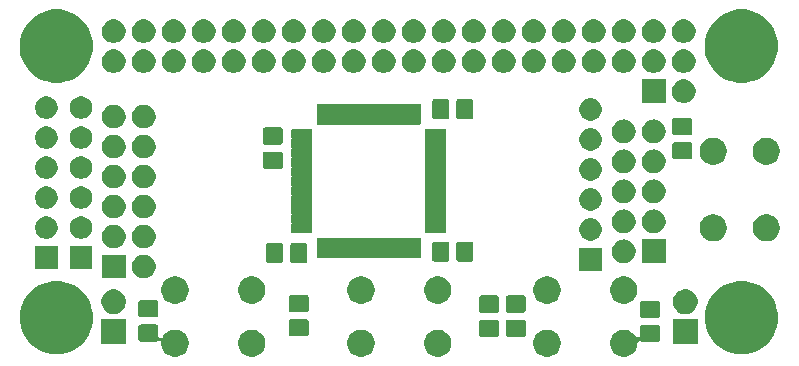
<source format=gts>
G04 #@! TF.GenerationSoftware,KiCad,Pcbnew,5.1.5+dfsg1-2build2*
G04 #@! TF.CreationDate,2022-04-20T15:50:19-04:00*
G04 #@! TF.ProjectId,rgb-to-hdmi,7267622d-746f-42d6-9864-6d692e6b6963,rev?*
G04 #@! TF.SameCoordinates,Original*
G04 #@! TF.FileFunction,Soldermask,Top*
G04 #@! TF.FilePolarity,Negative*
%FSLAX46Y46*%
G04 Gerber Fmt 4.6, Leading zero omitted, Abs format (unit mm)*
G04 Created by KiCad (PCBNEW 5.1.5+dfsg1-2build2) date 2022-04-20 15:50:19*
%MOMM*%
%LPD*%
G04 APERTURE LIST*
%ADD10C,0.100000*%
G04 APERTURE END LIST*
D10*
G36*
X70454080Y-51597594D02*
G01*
X70491825Y-51609044D01*
X70526613Y-51627638D01*
X70557101Y-51652659D01*
X70582122Y-51683147D01*
X70600716Y-51717935D01*
X70612166Y-51755680D01*
X70617000Y-51804760D01*
X70617000Y-52830760D01*
X70612166Y-52879840D01*
X70600716Y-52917585D01*
X70582122Y-52952373D01*
X70557101Y-52982861D01*
X70526613Y-53007882D01*
X70491825Y-53026476D01*
X70454080Y-53037926D01*
X70405000Y-53042760D01*
X69129000Y-53042760D01*
X69079920Y-53037926D01*
X69042176Y-53026476D01*
X68996276Y-53001943D01*
X68960053Y-52986940D01*
X68921600Y-52979292D01*
X68882393Y-52979292D01*
X68843940Y-52986942D01*
X68807718Y-53001946D01*
X68775119Y-53023728D01*
X68747396Y-53051452D01*
X68725614Y-53084051D01*
X68710611Y-53120274D01*
X68702000Y-53178328D01*
X68702000Y-53260225D01*
X68657806Y-53482403D01*
X68571118Y-53691688D01*
X68445264Y-53880041D01*
X68285081Y-54040224D01*
X68096728Y-54166078D01*
X67887443Y-54252766D01*
X67665265Y-54296960D01*
X67438735Y-54296960D01*
X67216557Y-54252766D01*
X67007272Y-54166078D01*
X66818919Y-54040224D01*
X66658736Y-53880041D01*
X66532882Y-53691688D01*
X66446194Y-53482403D01*
X66402000Y-53260225D01*
X66402000Y-53033695D01*
X66446194Y-52811517D01*
X66532882Y-52602232D01*
X66658736Y-52413879D01*
X66818919Y-52253696D01*
X67007272Y-52127842D01*
X67216557Y-52041154D01*
X67438735Y-51996960D01*
X67665265Y-51996960D01*
X67887443Y-52041154D01*
X68096728Y-52127842D01*
X68285081Y-52253696D01*
X68445266Y-52413881D01*
X68550708Y-52571686D01*
X68575580Y-52601994D01*
X68605887Y-52626866D01*
X68640465Y-52645348D01*
X68677983Y-52656729D01*
X68717001Y-52660572D01*
X68756019Y-52656729D01*
X68793537Y-52645348D01*
X68828114Y-52626866D01*
X68858422Y-52601994D01*
X68883294Y-52571687D01*
X68901776Y-52537109D01*
X68913157Y-52499591D01*
X68917000Y-52460573D01*
X68917000Y-51804760D01*
X68921834Y-51755680D01*
X68933284Y-51717935D01*
X68951878Y-51683147D01*
X68976899Y-51652659D01*
X69007387Y-51627638D01*
X69042175Y-51609044D01*
X69079920Y-51597594D01*
X69129000Y-51592760D01*
X70405000Y-51592760D01*
X70454080Y-51597594D01*
G37*
G36*
X61387443Y-52041154D02*
G01*
X61596728Y-52127842D01*
X61785081Y-52253696D01*
X61945264Y-52413879D01*
X62071118Y-52602232D01*
X62157806Y-52811517D01*
X62202000Y-53033695D01*
X62202000Y-53260225D01*
X62157806Y-53482403D01*
X62071118Y-53691688D01*
X61945264Y-53880041D01*
X61785081Y-54040224D01*
X61596728Y-54166078D01*
X61387443Y-54252766D01*
X61165265Y-54296960D01*
X60938735Y-54296960D01*
X60716557Y-54252766D01*
X60507272Y-54166078D01*
X60318919Y-54040224D01*
X60158736Y-53880041D01*
X60032882Y-53691688D01*
X59946194Y-53482403D01*
X59902000Y-53260225D01*
X59902000Y-53033695D01*
X59946194Y-52811517D01*
X60032882Y-52602232D01*
X60158736Y-52413879D01*
X60318919Y-52253696D01*
X60507272Y-52127842D01*
X60716557Y-52041154D01*
X60938735Y-51996960D01*
X61165265Y-51996960D01*
X61387443Y-52041154D01*
G37*
G36*
X52139443Y-52041154D02*
G01*
X52348728Y-52127842D01*
X52537081Y-52253696D01*
X52697264Y-52413879D01*
X52823118Y-52602232D01*
X52909806Y-52811517D01*
X52954000Y-53033695D01*
X52954000Y-53260225D01*
X52909806Y-53482403D01*
X52823118Y-53691688D01*
X52697264Y-53880041D01*
X52537081Y-54040224D01*
X52348728Y-54166078D01*
X52139443Y-54252766D01*
X51917265Y-54296960D01*
X51690735Y-54296960D01*
X51468557Y-54252766D01*
X51259272Y-54166078D01*
X51070919Y-54040224D01*
X50910736Y-53880041D01*
X50784882Y-53691688D01*
X50698194Y-53482403D01*
X50654000Y-53260225D01*
X50654000Y-53033695D01*
X50698194Y-52811517D01*
X50784882Y-52602232D01*
X50910736Y-52413879D01*
X51070919Y-52253696D01*
X51259272Y-52127842D01*
X51468557Y-52041154D01*
X51690735Y-51996960D01*
X51917265Y-51996960D01*
X52139443Y-52041154D01*
G37*
G36*
X45639443Y-52041154D02*
G01*
X45848728Y-52127842D01*
X46037081Y-52253696D01*
X46197264Y-52413879D01*
X46323118Y-52602232D01*
X46409806Y-52811517D01*
X46454000Y-53033695D01*
X46454000Y-53260225D01*
X46409806Y-53482403D01*
X46323118Y-53691688D01*
X46197264Y-53880041D01*
X46037081Y-54040224D01*
X45848728Y-54166078D01*
X45639443Y-54252766D01*
X45417265Y-54296960D01*
X45190735Y-54296960D01*
X44968557Y-54252766D01*
X44759272Y-54166078D01*
X44570919Y-54040224D01*
X44410736Y-53880041D01*
X44284882Y-53691688D01*
X44198194Y-53482403D01*
X44154000Y-53260225D01*
X44154000Y-53033695D01*
X44198194Y-52811517D01*
X44284882Y-52602232D01*
X44410736Y-52413879D01*
X44570919Y-52253696D01*
X44759272Y-52127842D01*
X44968557Y-52041154D01*
X45190735Y-51996960D01*
X45417265Y-51996960D01*
X45639443Y-52041154D01*
G37*
G36*
X36391443Y-52041154D02*
G01*
X36600728Y-52127842D01*
X36789081Y-52253696D01*
X36949264Y-52413879D01*
X37075118Y-52602232D01*
X37161806Y-52811517D01*
X37206000Y-53033695D01*
X37206000Y-53260225D01*
X37161806Y-53482403D01*
X37075118Y-53691688D01*
X36949264Y-53880041D01*
X36789081Y-54040224D01*
X36600728Y-54166078D01*
X36391443Y-54252766D01*
X36169265Y-54296960D01*
X35942735Y-54296960D01*
X35720557Y-54252766D01*
X35511272Y-54166078D01*
X35322919Y-54040224D01*
X35162736Y-53880041D01*
X35036882Y-53691688D01*
X34950194Y-53482403D01*
X34906000Y-53260225D01*
X34906000Y-53033695D01*
X34950194Y-52811517D01*
X35036882Y-52602232D01*
X35162736Y-52413879D01*
X35322919Y-52253696D01*
X35511272Y-52127842D01*
X35720557Y-52041154D01*
X35942735Y-51996960D01*
X36169265Y-51996960D01*
X36391443Y-52041154D01*
G37*
G36*
X27985280Y-51572194D02*
G01*
X28023025Y-51583644D01*
X28057813Y-51602238D01*
X28088301Y-51627259D01*
X28113322Y-51657747D01*
X28131916Y-51692535D01*
X28143366Y-51730280D01*
X28148200Y-51779360D01*
X28148200Y-52535132D01*
X28152043Y-52574150D01*
X28163424Y-52611668D01*
X28181906Y-52646245D01*
X28206778Y-52676553D01*
X28237086Y-52701425D01*
X28271663Y-52719907D01*
X28309181Y-52731288D01*
X28348199Y-52735131D01*
X28387217Y-52731288D01*
X28424735Y-52719907D01*
X28459312Y-52701425D01*
X28489620Y-52676553D01*
X28514492Y-52646245D01*
X28532974Y-52611667D01*
X28536881Y-52602234D01*
X28662736Y-52413879D01*
X28822919Y-52253696D01*
X29011272Y-52127842D01*
X29220557Y-52041154D01*
X29442735Y-51996960D01*
X29669265Y-51996960D01*
X29891443Y-52041154D01*
X30100728Y-52127842D01*
X30289081Y-52253696D01*
X30449264Y-52413879D01*
X30575118Y-52602232D01*
X30661806Y-52811517D01*
X30706000Y-53033695D01*
X30706000Y-53260225D01*
X30661806Y-53482403D01*
X30575118Y-53691688D01*
X30449264Y-53880041D01*
X30289081Y-54040224D01*
X30100728Y-54166078D01*
X29891443Y-54252766D01*
X29669265Y-54296960D01*
X29442735Y-54296960D01*
X29220557Y-54252766D01*
X29011272Y-54166078D01*
X28822919Y-54040224D01*
X28662736Y-53880041D01*
X28536882Y-53691688D01*
X28450194Y-53482403D01*
X28406000Y-53260225D01*
X28406000Y-53119594D01*
X28402157Y-53080576D01*
X28390776Y-53043058D01*
X28372294Y-53008481D01*
X28347422Y-52978173D01*
X28317114Y-52953301D01*
X28282537Y-52934819D01*
X28245019Y-52923438D01*
X28206001Y-52919595D01*
X28166983Y-52923438D01*
X28129465Y-52934819D01*
X28094888Y-52953301D01*
X28079122Y-52964993D01*
X28057810Y-52982484D01*
X28023025Y-53001076D01*
X27985280Y-53012526D01*
X27936200Y-53017360D01*
X26660200Y-53017360D01*
X26611120Y-53012526D01*
X26573375Y-53001076D01*
X26538587Y-52982482D01*
X26508099Y-52957461D01*
X26483078Y-52926973D01*
X26464484Y-52892185D01*
X26453034Y-52854440D01*
X26448200Y-52805360D01*
X26448200Y-51779360D01*
X26453034Y-51730280D01*
X26464484Y-51692535D01*
X26483078Y-51657747D01*
X26508099Y-51627259D01*
X26538587Y-51602238D01*
X26573375Y-51583644D01*
X26611120Y-51572194D01*
X26660200Y-51567360D01*
X27936200Y-51567360D01*
X27985280Y-51572194D01*
G37*
G36*
X20404237Y-48019131D02*
G01*
X20968401Y-48252815D01*
X21476135Y-48592072D01*
X21907928Y-49023865D01*
X22247185Y-49531599D01*
X22415204Y-49937234D01*
X22480869Y-50095763D01*
X22600000Y-50694676D01*
X22600000Y-51305324D01*
X22504120Y-51787348D01*
X22480869Y-51904237D01*
X22247185Y-52468401D01*
X21907928Y-52976135D01*
X21476135Y-53407928D01*
X20968401Y-53747185D01*
X20404237Y-53980869D01*
X19805324Y-54100000D01*
X19194676Y-54100000D01*
X18595763Y-53980869D01*
X18031599Y-53747185D01*
X17523865Y-53407928D01*
X17092072Y-52976135D01*
X16752815Y-52468401D01*
X16519131Y-51904237D01*
X16495880Y-51787348D01*
X16400000Y-51305324D01*
X16400000Y-50694676D01*
X16519131Y-50095763D01*
X16584796Y-49937234D01*
X16752815Y-49531599D01*
X17092072Y-49023865D01*
X17523865Y-48592072D01*
X18031599Y-48252815D01*
X18595763Y-48019131D01*
X19194676Y-47900000D01*
X19805324Y-47900000D01*
X20404237Y-48019131D01*
G37*
G36*
X78404237Y-48019131D02*
G01*
X78968401Y-48252815D01*
X79476135Y-48592072D01*
X79907928Y-49023865D01*
X80247185Y-49531599D01*
X80415204Y-49937234D01*
X80480869Y-50095763D01*
X80600000Y-50694676D01*
X80600000Y-51305324D01*
X80504120Y-51787348D01*
X80480869Y-51904237D01*
X80247185Y-52468401D01*
X79907928Y-52976135D01*
X79476135Y-53407928D01*
X78968401Y-53747185D01*
X78404237Y-53980869D01*
X77805324Y-54100000D01*
X77194676Y-54100000D01*
X76595763Y-53980869D01*
X76031599Y-53747185D01*
X75523865Y-53407928D01*
X75092072Y-52976135D01*
X74752815Y-52468401D01*
X74519131Y-51904237D01*
X74495880Y-51787348D01*
X74400000Y-51305324D01*
X74400000Y-50694676D01*
X74519131Y-50095763D01*
X74584796Y-49937234D01*
X74752815Y-49531599D01*
X75092072Y-49023865D01*
X75523865Y-48592072D01*
X76031599Y-48252815D01*
X76595763Y-48019131D01*
X77194676Y-47900000D01*
X77805324Y-47900000D01*
X78404237Y-48019131D01*
G37*
G36*
X25399000Y-53220960D02*
G01*
X23299000Y-53220960D01*
X23299000Y-51120960D01*
X25399000Y-51120960D01*
X25399000Y-53220960D01*
G37*
G36*
X73809000Y-53220960D02*
G01*
X71709000Y-53220960D01*
X71709000Y-51120960D01*
X73809000Y-51120960D01*
X73809000Y-53220960D01*
G37*
G36*
X59095080Y-51165794D02*
G01*
X59132825Y-51177244D01*
X59167613Y-51195838D01*
X59198101Y-51220859D01*
X59223122Y-51251347D01*
X59241716Y-51286135D01*
X59253166Y-51323880D01*
X59258000Y-51372960D01*
X59258000Y-52398960D01*
X59253166Y-52448040D01*
X59241716Y-52485785D01*
X59223122Y-52520573D01*
X59198101Y-52551061D01*
X59167613Y-52576082D01*
X59132825Y-52594676D01*
X59095080Y-52606126D01*
X59046000Y-52610960D01*
X57770000Y-52610960D01*
X57720920Y-52606126D01*
X57683175Y-52594676D01*
X57648387Y-52576082D01*
X57617899Y-52551061D01*
X57592878Y-52520573D01*
X57574284Y-52485785D01*
X57562834Y-52448040D01*
X57558000Y-52398960D01*
X57558000Y-51372960D01*
X57562834Y-51323880D01*
X57574284Y-51286135D01*
X57592878Y-51251347D01*
X57617899Y-51220859D01*
X57648387Y-51195838D01*
X57683175Y-51177244D01*
X57720920Y-51165794D01*
X57770000Y-51160960D01*
X59046000Y-51160960D01*
X59095080Y-51165794D01*
G37*
G36*
X56821780Y-51165794D02*
G01*
X56859525Y-51177244D01*
X56894313Y-51195838D01*
X56924801Y-51220859D01*
X56949822Y-51251347D01*
X56968416Y-51286135D01*
X56979866Y-51323880D01*
X56984700Y-51372960D01*
X56984700Y-52398960D01*
X56979866Y-52448040D01*
X56968416Y-52485785D01*
X56949822Y-52520573D01*
X56924801Y-52551061D01*
X56894313Y-52576082D01*
X56859525Y-52594676D01*
X56821780Y-52606126D01*
X56772700Y-52610960D01*
X55496700Y-52610960D01*
X55447620Y-52606126D01*
X55409875Y-52594676D01*
X55375087Y-52576082D01*
X55344599Y-52551061D01*
X55319578Y-52520573D01*
X55300984Y-52485785D01*
X55289534Y-52448040D01*
X55284700Y-52398960D01*
X55284700Y-51372960D01*
X55289534Y-51323880D01*
X55300984Y-51286135D01*
X55319578Y-51251347D01*
X55344599Y-51220859D01*
X55375087Y-51195838D01*
X55409875Y-51177244D01*
X55447620Y-51165794D01*
X55496700Y-51160960D01*
X56772700Y-51160960D01*
X56821780Y-51165794D01*
G37*
G36*
X40710680Y-51131394D02*
G01*
X40748425Y-51142844D01*
X40783213Y-51161438D01*
X40813701Y-51186459D01*
X40838722Y-51216947D01*
X40857316Y-51251735D01*
X40868766Y-51289480D01*
X40873600Y-51338560D01*
X40873600Y-52364560D01*
X40868766Y-52413640D01*
X40857316Y-52451385D01*
X40838722Y-52486173D01*
X40813701Y-52516661D01*
X40783213Y-52541682D01*
X40748425Y-52560276D01*
X40710680Y-52571726D01*
X40661600Y-52576560D01*
X39385600Y-52576560D01*
X39336520Y-52571726D01*
X39298775Y-52560276D01*
X39263987Y-52541682D01*
X39233499Y-52516661D01*
X39208478Y-52486173D01*
X39189884Y-52451385D01*
X39178434Y-52413640D01*
X39173600Y-52364560D01*
X39173600Y-51338560D01*
X39178434Y-51289480D01*
X39189884Y-51251735D01*
X39208478Y-51216947D01*
X39233499Y-51186459D01*
X39263987Y-51161438D01*
X39298775Y-51142844D01*
X39336520Y-51131394D01*
X39385600Y-51126560D01*
X40661600Y-51126560D01*
X40710680Y-51131394D01*
G37*
G36*
X70454080Y-49547594D02*
G01*
X70491825Y-49559044D01*
X70526613Y-49577638D01*
X70557101Y-49602659D01*
X70582122Y-49633147D01*
X70600716Y-49667935D01*
X70612166Y-49705680D01*
X70617000Y-49754760D01*
X70617000Y-50780760D01*
X70612166Y-50829840D01*
X70600716Y-50867585D01*
X70582122Y-50902373D01*
X70557101Y-50932861D01*
X70526613Y-50957882D01*
X70491825Y-50976476D01*
X70454080Y-50987926D01*
X70405000Y-50992760D01*
X69129000Y-50992760D01*
X69079920Y-50987926D01*
X69042175Y-50976476D01*
X69007387Y-50957882D01*
X68976899Y-50932861D01*
X68951878Y-50902373D01*
X68933284Y-50867585D01*
X68921834Y-50829840D01*
X68917000Y-50780760D01*
X68917000Y-49754760D01*
X68921834Y-49705680D01*
X68933284Y-49667935D01*
X68951878Y-49633147D01*
X68976899Y-49602659D01*
X69007387Y-49577638D01*
X69042175Y-49559044D01*
X69079920Y-49547594D01*
X69129000Y-49542760D01*
X70405000Y-49542760D01*
X70454080Y-49547594D01*
G37*
G36*
X27985280Y-49522194D02*
G01*
X28023025Y-49533644D01*
X28057813Y-49552238D01*
X28088301Y-49577259D01*
X28113322Y-49607747D01*
X28131916Y-49642535D01*
X28143366Y-49680280D01*
X28148200Y-49729360D01*
X28148200Y-50755360D01*
X28143366Y-50804440D01*
X28131916Y-50842185D01*
X28113322Y-50876973D01*
X28088301Y-50907461D01*
X28057813Y-50932482D01*
X28023025Y-50951076D01*
X27985280Y-50962526D01*
X27936200Y-50967360D01*
X26660200Y-50967360D01*
X26611120Y-50962526D01*
X26573375Y-50951076D01*
X26538587Y-50932482D01*
X26508099Y-50907461D01*
X26483078Y-50876973D01*
X26464484Y-50842185D01*
X26453034Y-50804440D01*
X26448200Y-50755360D01*
X26448200Y-49729360D01*
X26453034Y-49680280D01*
X26464484Y-49642535D01*
X26483078Y-49607747D01*
X26508099Y-49577259D01*
X26538587Y-49552238D01*
X26573375Y-49533644D01*
X26611120Y-49522194D01*
X26660200Y-49517360D01*
X27936200Y-49517360D01*
X27985280Y-49522194D01*
G37*
G36*
X24655274Y-48621310D02*
G01*
X24846362Y-48700462D01*
X25018336Y-48815371D01*
X25164589Y-48961624D01*
X25279498Y-49133598D01*
X25358650Y-49324686D01*
X25399000Y-49527544D01*
X25399000Y-49734376D01*
X25358650Y-49937234D01*
X25279498Y-50128322D01*
X25164589Y-50300296D01*
X25018336Y-50446549D01*
X24846362Y-50561458D01*
X24655274Y-50640610D01*
X24452416Y-50680960D01*
X24245584Y-50680960D01*
X24042726Y-50640610D01*
X23851638Y-50561458D01*
X23679664Y-50446549D01*
X23533411Y-50300296D01*
X23418502Y-50128322D01*
X23339350Y-49937234D01*
X23299000Y-49734376D01*
X23299000Y-49527544D01*
X23339350Y-49324686D01*
X23418502Y-49133598D01*
X23533411Y-48961624D01*
X23679664Y-48815371D01*
X23851638Y-48700462D01*
X24042726Y-48621310D01*
X24245584Y-48580960D01*
X24452416Y-48580960D01*
X24655274Y-48621310D01*
G37*
G36*
X73065274Y-48621310D02*
G01*
X73256362Y-48700462D01*
X73428336Y-48815371D01*
X73574589Y-48961624D01*
X73689498Y-49133598D01*
X73768650Y-49324686D01*
X73809000Y-49527544D01*
X73809000Y-49734376D01*
X73768650Y-49937234D01*
X73689498Y-50128322D01*
X73574589Y-50300296D01*
X73428336Y-50446549D01*
X73256362Y-50561458D01*
X73065274Y-50640610D01*
X72862416Y-50680960D01*
X72655584Y-50680960D01*
X72452726Y-50640610D01*
X72261638Y-50561458D01*
X72089664Y-50446549D01*
X71943411Y-50300296D01*
X71828502Y-50128322D01*
X71749350Y-49937234D01*
X71709000Y-49734376D01*
X71709000Y-49527544D01*
X71749350Y-49324686D01*
X71828502Y-49133598D01*
X71943411Y-48961624D01*
X72089664Y-48815371D01*
X72261638Y-48700462D01*
X72452726Y-48621310D01*
X72655584Y-48580960D01*
X72862416Y-48580960D01*
X73065274Y-48621310D01*
G37*
G36*
X59095080Y-49115794D02*
G01*
X59132825Y-49127244D01*
X59167613Y-49145838D01*
X59198101Y-49170859D01*
X59223122Y-49201347D01*
X59241716Y-49236135D01*
X59253166Y-49273880D01*
X59258000Y-49322960D01*
X59258000Y-50348960D01*
X59253166Y-50398040D01*
X59241716Y-50435785D01*
X59223122Y-50470573D01*
X59198101Y-50501061D01*
X59167613Y-50526082D01*
X59132825Y-50544676D01*
X59095080Y-50556126D01*
X59046000Y-50560960D01*
X57770000Y-50560960D01*
X57720920Y-50556126D01*
X57683175Y-50544676D01*
X57648387Y-50526082D01*
X57617899Y-50501061D01*
X57592878Y-50470573D01*
X57574284Y-50435785D01*
X57562834Y-50398040D01*
X57558000Y-50348960D01*
X57558000Y-49322960D01*
X57562834Y-49273880D01*
X57574284Y-49236135D01*
X57592878Y-49201347D01*
X57617899Y-49170859D01*
X57648387Y-49145838D01*
X57683175Y-49127244D01*
X57720920Y-49115794D01*
X57770000Y-49110960D01*
X59046000Y-49110960D01*
X59095080Y-49115794D01*
G37*
G36*
X56821780Y-49115794D02*
G01*
X56859525Y-49127244D01*
X56894313Y-49145838D01*
X56924801Y-49170859D01*
X56949822Y-49201347D01*
X56968416Y-49236135D01*
X56979866Y-49273880D01*
X56984700Y-49322960D01*
X56984700Y-50348960D01*
X56979866Y-50398040D01*
X56968416Y-50435785D01*
X56949822Y-50470573D01*
X56924801Y-50501061D01*
X56894313Y-50526082D01*
X56859525Y-50544676D01*
X56821780Y-50556126D01*
X56772700Y-50560960D01*
X55496700Y-50560960D01*
X55447620Y-50556126D01*
X55409875Y-50544676D01*
X55375087Y-50526082D01*
X55344599Y-50501061D01*
X55319578Y-50470573D01*
X55300984Y-50435785D01*
X55289534Y-50398040D01*
X55284700Y-50348960D01*
X55284700Y-49322960D01*
X55289534Y-49273880D01*
X55300984Y-49236135D01*
X55319578Y-49201347D01*
X55344599Y-49170859D01*
X55375087Y-49145838D01*
X55409875Y-49127244D01*
X55447620Y-49115794D01*
X55496700Y-49110960D01*
X56772700Y-49110960D01*
X56821780Y-49115794D01*
G37*
G36*
X40710680Y-49081394D02*
G01*
X40748425Y-49092844D01*
X40783213Y-49111438D01*
X40813701Y-49136459D01*
X40838722Y-49166947D01*
X40857316Y-49201735D01*
X40868766Y-49239480D01*
X40873600Y-49288560D01*
X40873600Y-50314560D01*
X40868766Y-50363640D01*
X40857316Y-50401385D01*
X40838722Y-50436173D01*
X40813701Y-50466661D01*
X40783213Y-50491682D01*
X40748425Y-50510276D01*
X40710680Y-50521726D01*
X40661600Y-50526560D01*
X39385600Y-50526560D01*
X39336520Y-50521726D01*
X39298775Y-50510276D01*
X39263987Y-50491682D01*
X39233499Y-50466661D01*
X39208478Y-50436173D01*
X39189884Y-50401385D01*
X39178434Y-50363640D01*
X39173600Y-50314560D01*
X39173600Y-49288560D01*
X39178434Y-49239480D01*
X39189884Y-49201735D01*
X39208478Y-49166947D01*
X39233499Y-49136459D01*
X39263987Y-49111438D01*
X39298775Y-49092844D01*
X39336520Y-49081394D01*
X39385600Y-49076560D01*
X40661600Y-49076560D01*
X40710680Y-49081394D01*
G37*
G36*
X67887443Y-47541154D02*
G01*
X68096728Y-47627842D01*
X68285081Y-47753696D01*
X68445264Y-47913879D01*
X68571118Y-48102232D01*
X68657806Y-48311517D01*
X68702000Y-48533695D01*
X68702000Y-48760225D01*
X68657806Y-48982403D01*
X68571118Y-49191688D01*
X68445264Y-49380041D01*
X68285081Y-49540224D01*
X68096728Y-49666078D01*
X67887443Y-49752766D01*
X67665265Y-49796960D01*
X67438735Y-49796960D01*
X67216557Y-49752766D01*
X67007272Y-49666078D01*
X66818919Y-49540224D01*
X66658736Y-49380041D01*
X66532882Y-49191688D01*
X66446194Y-48982403D01*
X66402000Y-48760225D01*
X66402000Y-48533695D01*
X66446194Y-48311517D01*
X66532882Y-48102232D01*
X66658736Y-47913879D01*
X66818919Y-47753696D01*
X67007272Y-47627842D01*
X67216557Y-47541154D01*
X67438735Y-47496960D01*
X67665265Y-47496960D01*
X67887443Y-47541154D01*
G37*
G36*
X29891443Y-47541154D02*
G01*
X30100728Y-47627842D01*
X30289081Y-47753696D01*
X30449264Y-47913879D01*
X30575118Y-48102232D01*
X30661806Y-48311517D01*
X30706000Y-48533695D01*
X30706000Y-48760225D01*
X30661806Y-48982403D01*
X30575118Y-49191688D01*
X30449264Y-49380041D01*
X30289081Y-49540224D01*
X30100728Y-49666078D01*
X29891443Y-49752766D01*
X29669265Y-49796960D01*
X29442735Y-49796960D01*
X29220557Y-49752766D01*
X29011272Y-49666078D01*
X28822919Y-49540224D01*
X28662736Y-49380041D01*
X28536882Y-49191688D01*
X28450194Y-48982403D01*
X28406000Y-48760225D01*
X28406000Y-48533695D01*
X28450194Y-48311517D01*
X28536882Y-48102232D01*
X28662736Y-47913879D01*
X28822919Y-47753696D01*
X29011272Y-47627842D01*
X29220557Y-47541154D01*
X29442735Y-47496960D01*
X29669265Y-47496960D01*
X29891443Y-47541154D01*
G37*
G36*
X36391443Y-47541154D02*
G01*
X36600728Y-47627842D01*
X36789081Y-47753696D01*
X36949264Y-47913879D01*
X37075118Y-48102232D01*
X37161806Y-48311517D01*
X37206000Y-48533695D01*
X37206000Y-48760225D01*
X37161806Y-48982403D01*
X37075118Y-49191688D01*
X36949264Y-49380041D01*
X36789081Y-49540224D01*
X36600728Y-49666078D01*
X36391443Y-49752766D01*
X36169265Y-49796960D01*
X35942735Y-49796960D01*
X35720557Y-49752766D01*
X35511272Y-49666078D01*
X35322919Y-49540224D01*
X35162736Y-49380041D01*
X35036882Y-49191688D01*
X34950194Y-48982403D01*
X34906000Y-48760225D01*
X34906000Y-48533695D01*
X34950194Y-48311517D01*
X35036882Y-48102232D01*
X35162736Y-47913879D01*
X35322919Y-47753696D01*
X35511272Y-47627842D01*
X35720557Y-47541154D01*
X35942735Y-47496960D01*
X36169265Y-47496960D01*
X36391443Y-47541154D01*
G37*
G36*
X45639443Y-47541154D02*
G01*
X45848728Y-47627842D01*
X46037081Y-47753696D01*
X46197264Y-47913879D01*
X46323118Y-48102232D01*
X46409806Y-48311517D01*
X46454000Y-48533695D01*
X46454000Y-48760225D01*
X46409806Y-48982403D01*
X46323118Y-49191688D01*
X46197264Y-49380041D01*
X46037081Y-49540224D01*
X45848728Y-49666078D01*
X45639443Y-49752766D01*
X45417265Y-49796960D01*
X45190735Y-49796960D01*
X44968557Y-49752766D01*
X44759272Y-49666078D01*
X44570919Y-49540224D01*
X44410736Y-49380041D01*
X44284882Y-49191688D01*
X44198194Y-48982403D01*
X44154000Y-48760225D01*
X44154000Y-48533695D01*
X44198194Y-48311517D01*
X44284882Y-48102232D01*
X44410736Y-47913879D01*
X44570919Y-47753696D01*
X44759272Y-47627842D01*
X44968557Y-47541154D01*
X45190735Y-47496960D01*
X45417265Y-47496960D01*
X45639443Y-47541154D01*
G37*
G36*
X52139443Y-47541154D02*
G01*
X52348728Y-47627842D01*
X52537081Y-47753696D01*
X52697264Y-47913879D01*
X52823118Y-48102232D01*
X52909806Y-48311517D01*
X52954000Y-48533695D01*
X52954000Y-48760225D01*
X52909806Y-48982403D01*
X52823118Y-49191688D01*
X52697264Y-49380041D01*
X52537081Y-49540224D01*
X52348728Y-49666078D01*
X52139443Y-49752766D01*
X51917265Y-49796960D01*
X51690735Y-49796960D01*
X51468557Y-49752766D01*
X51259272Y-49666078D01*
X51070919Y-49540224D01*
X50910736Y-49380041D01*
X50784882Y-49191688D01*
X50698194Y-48982403D01*
X50654000Y-48760225D01*
X50654000Y-48533695D01*
X50698194Y-48311517D01*
X50784882Y-48102232D01*
X50910736Y-47913879D01*
X51070919Y-47753696D01*
X51259272Y-47627842D01*
X51468557Y-47541154D01*
X51690735Y-47496960D01*
X51917265Y-47496960D01*
X52139443Y-47541154D01*
G37*
G36*
X61387443Y-47541154D02*
G01*
X61596728Y-47627842D01*
X61785081Y-47753696D01*
X61945264Y-47913879D01*
X62071118Y-48102232D01*
X62157806Y-48311517D01*
X62202000Y-48533695D01*
X62202000Y-48760225D01*
X62157806Y-48982403D01*
X62071118Y-49191688D01*
X61945264Y-49380041D01*
X61785081Y-49540224D01*
X61596728Y-49666078D01*
X61387443Y-49752766D01*
X61165265Y-49796960D01*
X60938735Y-49796960D01*
X60716557Y-49752766D01*
X60507272Y-49666078D01*
X60318919Y-49540224D01*
X60158736Y-49380041D01*
X60032882Y-49191688D01*
X59946194Y-48982403D01*
X59902000Y-48760225D01*
X59902000Y-48533695D01*
X59946194Y-48311517D01*
X60032882Y-48102232D01*
X60158736Y-47913879D01*
X60318919Y-47753696D01*
X60507272Y-47627842D01*
X60716557Y-47541154D01*
X60938735Y-47496960D01*
X61165265Y-47496960D01*
X61387443Y-47541154D01*
G37*
G36*
X27048921Y-45677604D02*
G01*
X27203689Y-45708389D01*
X27385678Y-45783771D01*
X27549463Y-45893209D01*
X27688751Y-46032497D01*
X27798189Y-46196282D01*
X27873571Y-46378271D01*
X27912000Y-46571469D01*
X27912000Y-46768451D01*
X27873571Y-46961649D01*
X27798189Y-47143638D01*
X27688751Y-47307423D01*
X27549463Y-47446711D01*
X27385678Y-47556149D01*
X27203689Y-47631531D01*
X27048921Y-47662316D01*
X27010492Y-47669960D01*
X26813508Y-47669960D01*
X26775079Y-47662316D01*
X26620311Y-47631531D01*
X26438322Y-47556149D01*
X26274537Y-47446711D01*
X26135249Y-47307423D01*
X26025811Y-47143638D01*
X25950429Y-46961649D01*
X25912000Y-46768451D01*
X25912000Y-46571469D01*
X25950429Y-46378271D01*
X26025811Y-46196282D01*
X26135249Y-46032497D01*
X26274537Y-45893209D01*
X26438322Y-45783771D01*
X26620311Y-45708389D01*
X26775079Y-45677604D01*
X26813508Y-45669960D01*
X27010492Y-45669960D01*
X27048921Y-45677604D01*
G37*
G36*
X25372000Y-47669960D02*
G01*
X23372000Y-47669960D01*
X23372000Y-45669960D01*
X25372000Y-45669960D01*
X25372000Y-47669960D01*
G37*
G36*
X65687800Y-47010360D02*
G01*
X63787800Y-47010360D01*
X63787800Y-45110360D01*
X65687800Y-45110360D01*
X65687800Y-47010360D01*
G37*
G36*
X19607000Y-46857960D02*
G01*
X17707000Y-46857960D01*
X17707000Y-44957960D01*
X19607000Y-44957960D01*
X19607000Y-46857960D01*
G37*
G36*
X22528000Y-46857960D02*
G01*
X20628000Y-46857960D01*
X20628000Y-44957960D01*
X22528000Y-44957960D01*
X22528000Y-46857960D01*
G37*
G36*
X38539480Y-44681794D02*
G01*
X38577225Y-44693244D01*
X38612013Y-44711838D01*
X38642501Y-44736859D01*
X38667522Y-44767347D01*
X38686116Y-44802135D01*
X38697566Y-44839880D01*
X38702400Y-44888960D01*
X38702400Y-46164960D01*
X38697566Y-46214040D01*
X38686116Y-46251785D01*
X38667522Y-46286573D01*
X38642501Y-46317061D01*
X38612013Y-46342082D01*
X38577225Y-46360676D01*
X38539480Y-46372126D01*
X38490400Y-46376960D01*
X37464400Y-46376960D01*
X37415320Y-46372126D01*
X37377575Y-46360676D01*
X37342787Y-46342082D01*
X37312299Y-46317061D01*
X37287278Y-46286573D01*
X37268684Y-46251785D01*
X37257234Y-46214040D01*
X37252400Y-46164960D01*
X37252400Y-44888960D01*
X37257234Y-44839880D01*
X37268684Y-44802135D01*
X37287278Y-44767347D01*
X37312299Y-44736859D01*
X37342787Y-44711838D01*
X37377575Y-44693244D01*
X37415320Y-44681794D01*
X37464400Y-44676960D01*
X38490400Y-44676960D01*
X38539480Y-44681794D01*
G37*
G36*
X40589480Y-44681794D02*
G01*
X40627225Y-44693244D01*
X40662013Y-44711838D01*
X40692501Y-44736859D01*
X40717522Y-44767347D01*
X40736116Y-44802135D01*
X40747566Y-44839880D01*
X40752400Y-44888960D01*
X40752400Y-46164960D01*
X40747566Y-46214040D01*
X40736116Y-46251785D01*
X40717522Y-46286573D01*
X40692501Y-46317061D01*
X40662013Y-46342082D01*
X40627225Y-46360676D01*
X40589480Y-46372126D01*
X40540400Y-46376960D01*
X39514400Y-46376960D01*
X39465320Y-46372126D01*
X39427575Y-46360676D01*
X39392787Y-46342082D01*
X39362299Y-46317061D01*
X39337278Y-46286573D01*
X39318684Y-46251785D01*
X39307234Y-46214040D01*
X39302400Y-46164960D01*
X39302400Y-44888960D01*
X39307234Y-44839880D01*
X39318684Y-44802135D01*
X39337278Y-44767347D01*
X39362299Y-44736859D01*
X39392787Y-44711838D01*
X39427575Y-44693244D01*
X39465320Y-44681794D01*
X39514400Y-44676960D01*
X40540400Y-44676960D01*
X40589480Y-44681794D01*
G37*
G36*
X67694121Y-44382204D02*
G01*
X67848889Y-44412989D01*
X68030878Y-44488371D01*
X68194663Y-44597809D01*
X68333951Y-44737097D01*
X68443389Y-44900882D01*
X68518771Y-45082871D01*
X68557200Y-45276069D01*
X68557200Y-45473051D01*
X68518771Y-45666249D01*
X68443389Y-45848238D01*
X68333951Y-46012023D01*
X68194663Y-46151311D01*
X68030878Y-46260749D01*
X67848889Y-46336131D01*
X67725491Y-46360676D01*
X67655692Y-46374560D01*
X67458708Y-46374560D01*
X67388909Y-46360676D01*
X67265511Y-46336131D01*
X67083522Y-46260749D01*
X66919737Y-46151311D01*
X66780449Y-46012023D01*
X66671011Y-45848238D01*
X66595629Y-45666249D01*
X66557200Y-45473051D01*
X66557200Y-45276069D01*
X66595629Y-45082871D01*
X66671011Y-44900882D01*
X66780449Y-44737097D01*
X66919737Y-44597809D01*
X67083522Y-44488371D01*
X67265511Y-44412989D01*
X67420279Y-44382204D01*
X67458708Y-44374560D01*
X67655692Y-44374560D01*
X67694121Y-44382204D01*
G37*
G36*
X71097200Y-46374560D02*
G01*
X69097200Y-46374560D01*
X69097200Y-44374560D01*
X71097200Y-44374560D01*
X71097200Y-46374560D01*
G37*
G36*
X54661080Y-44554794D02*
G01*
X54698825Y-44566244D01*
X54733613Y-44584838D01*
X54764101Y-44609859D01*
X54789122Y-44640347D01*
X54807716Y-44675135D01*
X54819166Y-44712880D01*
X54824000Y-44761960D01*
X54824000Y-46037960D01*
X54819166Y-46087040D01*
X54807716Y-46124785D01*
X54789122Y-46159573D01*
X54764101Y-46190061D01*
X54733613Y-46215082D01*
X54698825Y-46233676D01*
X54661080Y-46245126D01*
X54612000Y-46249960D01*
X53586000Y-46249960D01*
X53536920Y-46245126D01*
X53499175Y-46233676D01*
X53464387Y-46215082D01*
X53433899Y-46190061D01*
X53408878Y-46159573D01*
X53390284Y-46124785D01*
X53378834Y-46087040D01*
X53374000Y-46037960D01*
X53374000Y-44761960D01*
X53378834Y-44712880D01*
X53390284Y-44675135D01*
X53408878Y-44640347D01*
X53433899Y-44609859D01*
X53464387Y-44584838D01*
X53499175Y-44566244D01*
X53536920Y-44554794D01*
X53586000Y-44549960D01*
X54612000Y-44549960D01*
X54661080Y-44554794D01*
G37*
G36*
X52611080Y-44554794D02*
G01*
X52648825Y-44566244D01*
X52683613Y-44584838D01*
X52714101Y-44609859D01*
X52739122Y-44640347D01*
X52757716Y-44675135D01*
X52769166Y-44712880D01*
X52774000Y-44761960D01*
X52774000Y-46037960D01*
X52769166Y-46087040D01*
X52757716Y-46124785D01*
X52739122Y-46159573D01*
X52714101Y-46190061D01*
X52683613Y-46215082D01*
X52648825Y-46233676D01*
X52611080Y-46245126D01*
X52562000Y-46249960D01*
X51536000Y-46249960D01*
X51486920Y-46245126D01*
X51449175Y-46233676D01*
X51414387Y-46215082D01*
X51383899Y-46190061D01*
X51358878Y-46159573D01*
X51340284Y-46124785D01*
X51328834Y-46087040D01*
X51324000Y-46037960D01*
X51324000Y-44761960D01*
X51328834Y-44712880D01*
X51340284Y-44675135D01*
X51358878Y-44640347D01*
X51383899Y-44609859D01*
X51414387Y-44584838D01*
X51449175Y-44566244D01*
X51486920Y-44554794D01*
X51536000Y-44549960D01*
X52562000Y-44549960D01*
X52611080Y-44554794D01*
G37*
G36*
X42296260Y-44209071D02*
G01*
X42303943Y-44211402D01*
X42342397Y-44219051D01*
X42381603Y-44219051D01*
X42420057Y-44211402D01*
X42427740Y-44209071D01*
X42459328Y-44205960D01*
X43064672Y-44205960D01*
X43096260Y-44209071D01*
X43103943Y-44211402D01*
X43142397Y-44219051D01*
X43181603Y-44219051D01*
X43220057Y-44211402D01*
X43227740Y-44209071D01*
X43259328Y-44205960D01*
X43864672Y-44205960D01*
X43896260Y-44209071D01*
X43903943Y-44211402D01*
X43942397Y-44219051D01*
X43981603Y-44219051D01*
X44020057Y-44211402D01*
X44027740Y-44209071D01*
X44059328Y-44205960D01*
X44664672Y-44205960D01*
X44696260Y-44209071D01*
X44703943Y-44211402D01*
X44742397Y-44219051D01*
X44781603Y-44219051D01*
X44820057Y-44211402D01*
X44827740Y-44209071D01*
X44859328Y-44205960D01*
X45464672Y-44205960D01*
X45496260Y-44209071D01*
X45503943Y-44211402D01*
X45542397Y-44219051D01*
X45581603Y-44219051D01*
X45620057Y-44211402D01*
X45627740Y-44209071D01*
X45659328Y-44205960D01*
X46264672Y-44205960D01*
X46296260Y-44209071D01*
X46303943Y-44211402D01*
X46342397Y-44219051D01*
X46381603Y-44219051D01*
X46420057Y-44211402D01*
X46427740Y-44209071D01*
X46459328Y-44205960D01*
X47064672Y-44205960D01*
X47096260Y-44209071D01*
X47103943Y-44211402D01*
X47142397Y-44219051D01*
X47181603Y-44219051D01*
X47220057Y-44211402D01*
X47227740Y-44209071D01*
X47259328Y-44205960D01*
X47864672Y-44205960D01*
X47896260Y-44209071D01*
X47903943Y-44211402D01*
X47942397Y-44219051D01*
X47981603Y-44219051D01*
X48020057Y-44211402D01*
X48027740Y-44209071D01*
X48059328Y-44205960D01*
X48664672Y-44205960D01*
X48696260Y-44209071D01*
X48703943Y-44211402D01*
X48742397Y-44219051D01*
X48781603Y-44219051D01*
X48820057Y-44211402D01*
X48827740Y-44209071D01*
X48859328Y-44205960D01*
X49464672Y-44205960D01*
X49496260Y-44209071D01*
X49503943Y-44211402D01*
X49542397Y-44219051D01*
X49581603Y-44219051D01*
X49620057Y-44211402D01*
X49627740Y-44209071D01*
X49659328Y-44205960D01*
X50264672Y-44205960D01*
X50296259Y-44209071D01*
X50317182Y-44215418D01*
X50336461Y-44225723D01*
X50353365Y-44239595D01*
X50367237Y-44256499D01*
X50377542Y-44275778D01*
X50383889Y-44296701D01*
X50387000Y-44328288D01*
X50387000Y-45858632D01*
X50383889Y-45890219D01*
X50377542Y-45911142D01*
X50367237Y-45930421D01*
X50353365Y-45947325D01*
X50336461Y-45961197D01*
X50317182Y-45971502D01*
X50296259Y-45977849D01*
X50264672Y-45980960D01*
X49659328Y-45980960D01*
X49627740Y-45977849D01*
X49620057Y-45975518D01*
X49581603Y-45967869D01*
X49542397Y-45967869D01*
X49503943Y-45975518D01*
X49496260Y-45977849D01*
X49464672Y-45980960D01*
X48859328Y-45980960D01*
X48827740Y-45977849D01*
X48820057Y-45975518D01*
X48781603Y-45967869D01*
X48742397Y-45967869D01*
X48703943Y-45975518D01*
X48696260Y-45977849D01*
X48664672Y-45980960D01*
X48059328Y-45980960D01*
X48027740Y-45977849D01*
X48020057Y-45975518D01*
X47981603Y-45967869D01*
X47942397Y-45967869D01*
X47903943Y-45975518D01*
X47896260Y-45977849D01*
X47864672Y-45980960D01*
X47259328Y-45980960D01*
X47227740Y-45977849D01*
X47220057Y-45975518D01*
X47181603Y-45967869D01*
X47142397Y-45967869D01*
X47103943Y-45975518D01*
X47096260Y-45977849D01*
X47064672Y-45980960D01*
X46459328Y-45980960D01*
X46427740Y-45977849D01*
X46420057Y-45975518D01*
X46381603Y-45967869D01*
X46342397Y-45967869D01*
X46303943Y-45975518D01*
X46296260Y-45977849D01*
X46264672Y-45980960D01*
X45659328Y-45980960D01*
X45627740Y-45977849D01*
X45620057Y-45975518D01*
X45581603Y-45967869D01*
X45542397Y-45967869D01*
X45503943Y-45975518D01*
X45496260Y-45977849D01*
X45464672Y-45980960D01*
X44859328Y-45980960D01*
X44827740Y-45977849D01*
X44820057Y-45975518D01*
X44781603Y-45967869D01*
X44742397Y-45967869D01*
X44703943Y-45975518D01*
X44696260Y-45977849D01*
X44664672Y-45980960D01*
X44059328Y-45980960D01*
X44027740Y-45977849D01*
X44020057Y-45975518D01*
X43981603Y-45967869D01*
X43942397Y-45967869D01*
X43903943Y-45975518D01*
X43896260Y-45977849D01*
X43864672Y-45980960D01*
X43259328Y-45980960D01*
X43227740Y-45977849D01*
X43220057Y-45975518D01*
X43181603Y-45967869D01*
X43142397Y-45967869D01*
X43103943Y-45975518D01*
X43096260Y-45977849D01*
X43064672Y-45980960D01*
X42459328Y-45980960D01*
X42427740Y-45977849D01*
X42420057Y-45975518D01*
X42381603Y-45967869D01*
X42342397Y-45967869D01*
X42303943Y-45975518D01*
X42296260Y-45977849D01*
X42264672Y-45980960D01*
X41659328Y-45980960D01*
X41627741Y-45977849D01*
X41606818Y-45971502D01*
X41587539Y-45961197D01*
X41570635Y-45947325D01*
X41556763Y-45930421D01*
X41546458Y-45911142D01*
X41540111Y-45890219D01*
X41537000Y-45858632D01*
X41537000Y-44328288D01*
X41540111Y-44296701D01*
X41546458Y-44275778D01*
X41556763Y-44256499D01*
X41570635Y-44239595D01*
X41587539Y-44225723D01*
X41606818Y-44215418D01*
X41627741Y-44209071D01*
X41659328Y-44205960D01*
X42264672Y-44205960D01*
X42296260Y-44209071D01*
G37*
G36*
X24506588Y-43137140D02*
G01*
X24663689Y-43168389D01*
X24845678Y-43243771D01*
X25009463Y-43353209D01*
X25148751Y-43492497D01*
X25258189Y-43656282D01*
X25333571Y-43838271D01*
X25372000Y-44031469D01*
X25372000Y-44228451D01*
X25333571Y-44421649D01*
X25258189Y-44603638D01*
X25148751Y-44767423D01*
X25009463Y-44906711D01*
X24845678Y-45016149D01*
X24663689Y-45091531D01*
X24508921Y-45122316D01*
X24470492Y-45129960D01*
X24273508Y-45129960D01*
X24235079Y-45122316D01*
X24080311Y-45091531D01*
X23898322Y-45016149D01*
X23734537Y-44906711D01*
X23595249Y-44767423D01*
X23485811Y-44603638D01*
X23410429Y-44421649D01*
X23372000Y-44228451D01*
X23372000Y-44031469D01*
X23410429Y-43838271D01*
X23485811Y-43656282D01*
X23595249Y-43492497D01*
X23734537Y-43353209D01*
X23898322Y-43243771D01*
X24080311Y-43168389D01*
X24237412Y-43137140D01*
X24273508Y-43129960D01*
X24470492Y-43129960D01*
X24506588Y-43137140D01*
G37*
G36*
X27046588Y-43137140D02*
G01*
X27203689Y-43168389D01*
X27385678Y-43243771D01*
X27549463Y-43353209D01*
X27688751Y-43492497D01*
X27798189Y-43656282D01*
X27873571Y-43838271D01*
X27912000Y-44031469D01*
X27912000Y-44228451D01*
X27873571Y-44421649D01*
X27798189Y-44603638D01*
X27688751Y-44767423D01*
X27549463Y-44906711D01*
X27385678Y-45016149D01*
X27203689Y-45091531D01*
X27048921Y-45122316D01*
X27010492Y-45129960D01*
X26813508Y-45129960D01*
X26775079Y-45122316D01*
X26620311Y-45091531D01*
X26438322Y-45016149D01*
X26274537Y-44906711D01*
X26135249Y-44767423D01*
X26025811Y-44603638D01*
X25950429Y-44421649D01*
X25912000Y-44228451D01*
X25912000Y-44031469D01*
X25950429Y-43838271D01*
X26025811Y-43656282D01*
X26135249Y-43492497D01*
X26274537Y-43353209D01*
X26438322Y-43243771D01*
X26620311Y-43168389D01*
X26777412Y-43137140D01*
X26813508Y-43129960D01*
X27010492Y-43129960D01*
X27046588Y-43137140D01*
G37*
G36*
X79952443Y-42285154D02*
G01*
X80161728Y-42371842D01*
X80350081Y-42497696D01*
X80510264Y-42657879D01*
X80636118Y-42846232D01*
X80722806Y-43055517D01*
X80767000Y-43277695D01*
X80767000Y-43504225D01*
X80722806Y-43726403D01*
X80636118Y-43935688D01*
X80510264Y-44124041D01*
X80350081Y-44284224D01*
X80161728Y-44410078D01*
X79972710Y-44488371D01*
X79952443Y-44496766D01*
X79730265Y-44540960D01*
X79503735Y-44540960D01*
X79281557Y-44496766D01*
X79261290Y-44488371D01*
X79072272Y-44410078D01*
X78883919Y-44284224D01*
X78723736Y-44124041D01*
X78597882Y-43935688D01*
X78511194Y-43726403D01*
X78467000Y-43504225D01*
X78467000Y-43277695D01*
X78511194Y-43055517D01*
X78597882Y-42846232D01*
X78723736Y-42657879D01*
X78883919Y-42497696D01*
X79072272Y-42371842D01*
X79281557Y-42285154D01*
X79503735Y-42240960D01*
X79730265Y-42240960D01*
X79952443Y-42285154D01*
G37*
G36*
X75452443Y-42285154D02*
G01*
X75661728Y-42371842D01*
X75850081Y-42497696D01*
X76010264Y-42657879D01*
X76136118Y-42846232D01*
X76222806Y-43055517D01*
X76267000Y-43277695D01*
X76267000Y-43504225D01*
X76222806Y-43726403D01*
X76136118Y-43935688D01*
X76010264Y-44124041D01*
X75850081Y-44284224D01*
X75661728Y-44410078D01*
X75472710Y-44488371D01*
X75452443Y-44496766D01*
X75230265Y-44540960D01*
X75003735Y-44540960D01*
X74781557Y-44496766D01*
X74761290Y-44488371D01*
X74572272Y-44410078D01*
X74383919Y-44284224D01*
X74223736Y-44124041D01*
X74097882Y-43935688D01*
X74011194Y-43726403D01*
X73967000Y-43504225D01*
X73967000Y-43277695D01*
X74011194Y-43055517D01*
X74097882Y-42846232D01*
X74223736Y-42657879D01*
X74383919Y-42497696D01*
X74572272Y-42371842D01*
X74781557Y-42285154D01*
X75003735Y-42240960D01*
X75230265Y-42240960D01*
X75452443Y-42285154D01*
G37*
G36*
X65014905Y-42606868D02*
G01*
X65138057Y-42657879D01*
X65187794Y-42678481D01*
X65343390Y-42782447D01*
X65475713Y-42914770D01*
X65579679Y-43070366D01*
X65579680Y-43070368D01*
X65620282Y-43168390D01*
X65651292Y-43243255D01*
X65687800Y-43426793D01*
X65687800Y-43613927D01*
X65651292Y-43797465D01*
X65579679Y-43970354D01*
X65475713Y-44125950D01*
X65343390Y-44258273D01*
X65187794Y-44362239D01*
X65187793Y-44362240D01*
X65187792Y-44362240D01*
X65065273Y-44412989D01*
X65014905Y-44433852D01*
X64831367Y-44470360D01*
X64644233Y-44470360D01*
X64460695Y-44433852D01*
X64410327Y-44412989D01*
X64287808Y-44362240D01*
X64287807Y-44362240D01*
X64287806Y-44362239D01*
X64132210Y-44258273D01*
X63999887Y-44125950D01*
X63895921Y-43970354D01*
X63824308Y-43797465D01*
X63787800Y-43613927D01*
X63787800Y-43426793D01*
X63824308Y-43243255D01*
X63855318Y-43168390D01*
X63895920Y-43070368D01*
X63895921Y-43070366D01*
X63999887Y-42914770D01*
X64132210Y-42782447D01*
X64287806Y-42678481D01*
X64337544Y-42657879D01*
X64460695Y-42606868D01*
X64644233Y-42570360D01*
X64831367Y-42570360D01*
X65014905Y-42606868D01*
G37*
G36*
X18934105Y-42454468D02*
G01*
X19106994Y-42526081D01*
X19262590Y-42630047D01*
X19394913Y-42762370D01*
X19498879Y-42917966D01*
X19498880Y-42917968D01*
X19570492Y-43090855D01*
X19607000Y-43274393D01*
X19607000Y-43461527D01*
X19570492Y-43645065D01*
X19507919Y-43796131D01*
X19498879Y-43817954D01*
X19394913Y-43973550D01*
X19262590Y-44105873D01*
X19106994Y-44209839D01*
X19106993Y-44209840D01*
X19106992Y-44209840D01*
X19035157Y-44239595D01*
X18934105Y-44281452D01*
X18750567Y-44317960D01*
X18563433Y-44317960D01*
X18379895Y-44281452D01*
X18278843Y-44239595D01*
X18207008Y-44209840D01*
X18207007Y-44209840D01*
X18207006Y-44209839D01*
X18051410Y-44105873D01*
X17919087Y-43973550D01*
X17815121Y-43817954D01*
X17806082Y-43796131D01*
X17743508Y-43645065D01*
X17707000Y-43461527D01*
X17707000Y-43274393D01*
X17743508Y-43090855D01*
X17815120Y-42917968D01*
X17815121Y-42917966D01*
X17919087Y-42762370D01*
X18051410Y-42630047D01*
X18207006Y-42526081D01*
X18379895Y-42454468D01*
X18563433Y-42417960D01*
X18750567Y-42417960D01*
X18934105Y-42454468D01*
G37*
G36*
X21855105Y-42454468D02*
G01*
X22027994Y-42526081D01*
X22183590Y-42630047D01*
X22315913Y-42762370D01*
X22419879Y-42917966D01*
X22419880Y-42917968D01*
X22491492Y-43090855D01*
X22528000Y-43274393D01*
X22528000Y-43461527D01*
X22491492Y-43645065D01*
X22428919Y-43796131D01*
X22419879Y-43817954D01*
X22315913Y-43973550D01*
X22183590Y-44105873D01*
X22027994Y-44209839D01*
X22027993Y-44209840D01*
X22027992Y-44209840D01*
X21956157Y-44239595D01*
X21855105Y-44281452D01*
X21671567Y-44317960D01*
X21484433Y-44317960D01*
X21300895Y-44281452D01*
X21199843Y-44239595D01*
X21128008Y-44209840D01*
X21128007Y-44209840D01*
X21128006Y-44209839D01*
X20972410Y-44105873D01*
X20840087Y-43973550D01*
X20736121Y-43817954D01*
X20727082Y-43796131D01*
X20664508Y-43645065D01*
X20628000Y-43461527D01*
X20628000Y-43274393D01*
X20664508Y-43090855D01*
X20736120Y-42917968D01*
X20736121Y-42917966D01*
X20840087Y-42762370D01*
X20972410Y-42630047D01*
X21128006Y-42526081D01*
X21300895Y-42454468D01*
X21484433Y-42417960D01*
X21671567Y-42417960D01*
X21855105Y-42454468D01*
G37*
G36*
X52421259Y-35009071D02*
G01*
X52442182Y-35015418D01*
X52461461Y-35025723D01*
X52478365Y-35039595D01*
X52492237Y-35056499D01*
X52502542Y-35075778D01*
X52508889Y-35096701D01*
X52512000Y-35128288D01*
X52512000Y-35733632D01*
X52508889Y-35765220D01*
X52506558Y-35772903D01*
X52498909Y-35811357D01*
X52498909Y-35850563D01*
X52506558Y-35889017D01*
X52508889Y-35896700D01*
X52512000Y-35928288D01*
X52512000Y-36533632D01*
X52508889Y-36565220D01*
X52506558Y-36572903D01*
X52498909Y-36611357D01*
X52498909Y-36650563D01*
X52506558Y-36689017D01*
X52508889Y-36696700D01*
X52512000Y-36728288D01*
X52512000Y-37333632D01*
X52508889Y-37365220D01*
X52506558Y-37372903D01*
X52498909Y-37411357D01*
X52498909Y-37450563D01*
X52506558Y-37489017D01*
X52508889Y-37496700D01*
X52512000Y-37528288D01*
X52512000Y-38133632D01*
X52508889Y-38165220D01*
X52506558Y-38172903D01*
X52498909Y-38211357D01*
X52498909Y-38250563D01*
X52506558Y-38289017D01*
X52508889Y-38296700D01*
X52512000Y-38328288D01*
X52512000Y-38933632D01*
X52508889Y-38965220D01*
X52506558Y-38972903D01*
X52498909Y-39011357D01*
X52498909Y-39050563D01*
X52506558Y-39089017D01*
X52508889Y-39096700D01*
X52512000Y-39128288D01*
X52512000Y-39733632D01*
X52508889Y-39765220D01*
X52506558Y-39772903D01*
X52498909Y-39811357D01*
X52498909Y-39850563D01*
X52506558Y-39889017D01*
X52508889Y-39896700D01*
X52512000Y-39928288D01*
X52512000Y-40533632D01*
X52508889Y-40565220D01*
X52506558Y-40572903D01*
X52498909Y-40611357D01*
X52498909Y-40650563D01*
X52506558Y-40689017D01*
X52508889Y-40696700D01*
X52512000Y-40728288D01*
X52512000Y-41333632D01*
X52508889Y-41365220D01*
X52506558Y-41372903D01*
X52498909Y-41411357D01*
X52498909Y-41450563D01*
X52506558Y-41489017D01*
X52508889Y-41496700D01*
X52512000Y-41528288D01*
X52512000Y-42133632D01*
X52508889Y-42165220D01*
X52506558Y-42172903D01*
X52498909Y-42211357D01*
X52498909Y-42250563D01*
X52506558Y-42289017D01*
X52508889Y-42296700D01*
X52512000Y-42328288D01*
X52512000Y-42933632D01*
X52508889Y-42965220D01*
X52506558Y-42972903D01*
X52498909Y-43011357D01*
X52498909Y-43050563D01*
X52506558Y-43089017D01*
X52508889Y-43096700D01*
X52512000Y-43128288D01*
X52512000Y-43733632D01*
X52508889Y-43765219D01*
X52502542Y-43786142D01*
X52492237Y-43805421D01*
X52478365Y-43822325D01*
X52461461Y-43836197D01*
X52442182Y-43846502D01*
X52421259Y-43852849D01*
X52389672Y-43855960D01*
X50859328Y-43855960D01*
X50827741Y-43852849D01*
X50806818Y-43846502D01*
X50787539Y-43836197D01*
X50770635Y-43822325D01*
X50756763Y-43805421D01*
X50746458Y-43786142D01*
X50740111Y-43765219D01*
X50737000Y-43733632D01*
X50737000Y-43128288D01*
X50740111Y-43096700D01*
X50742442Y-43089017D01*
X50750091Y-43050563D01*
X50750091Y-43011357D01*
X50742442Y-42972903D01*
X50740111Y-42965220D01*
X50737000Y-42933632D01*
X50737000Y-42328288D01*
X50740111Y-42296700D01*
X50742442Y-42289017D01*
X50750091Y-42250563D01*
X50750091Y-42211357D01*
X50742442Y-42172903D01*
X50740111Y-42165220D01*
X50737000Y-42133632D01*
X50737000Y-41528288D01*
X50740111Y-41496700D01*
X50742442Y-41489017D01*
X50750091Y-41450563D01*
X50750091Y-41411357D01*
X50742442Y-41372903D01*
X50740111Y-41365220D01*
X50737000Y-41333632D01*
X50737000Y-40728288D01*
X50740111Y-40696700D01*
X50742442Y-40689017D01*
X50750091Y-40650563D01*
X50750091Y-40611357D01*
X50742442Y-40572903D01*
X50740111Y-40565220D01*
X50737000Y-40533632D01*
X50737000Y-39928288D01*
X50740111Y-39896700D01*
X50742442Y-39889017D01*
X50750091Y-39850563D01*
X50750091Y-39811357D01*
X50742442Y-39772903D01*
X50740111Y-39765220D01*
X50737000Y-39733632D01*
X50737000Y-39128288D01*
X50740111Y-39096700D01*
X50742442Y-39089017D01*
X50750091Y-39050563D01*
X50750091Y-39011357D01*
X50742442Y-38972903D01*
X50740111Y-38965220D01*
X50737000Y-38933632D01*
X50737000Y-38328288D01*
X50740111Y-38296700D01*
X50742442Y-38289017D01*
X50750091Y-38250563D01*
X50750091Y-38211357D01*
X50742442Y-38172903D01*
X50740111Y-38165220D01*
X50737000Y-38133632D01*
X50737000Y-37528288D01*
X50740111Y-37496700D01*
X50742442Y-37489017D01*
X50750091Y-37450563D01*
X50750091Y-37411357D01*
X50742442Y-37372903D01*
X50740111Y-37365220D01*
X50737000Y-37333632D01*
X50737000Y-36728288D01*
X50740111Y-36696700D01*
X50742442Y-36689017D01*
X50750091Y-36650563D01*
X50750091Y-36611357D01*
X50742442Y-36572903D01*
X50740111Y-36565220D01*
X50737000Y-36533632D01*
X50737000Y-35928288D01*
X50740111Y-35896700D01*
X50742442Y-35889017D01*
X50750091Y-35850563D01*
X50750091Y-35811357D01*
X50742442Y-35772903D01*
X50740111Y-35765220D01*
X50737000Y-35733632D01*
X50737000Y-35128288D01*
X50740111Y-35096701D01*
X50746458Y-35075778D01*
X50756763Y-35056499D01*
X50770635Y-35039595D01*
X50787539Y-35025723D01*
X50806818Y-35015418D01*
X50827741Y-35009071D01*
X50859328Y-35005960D01*
X52389672Y-35005960D01*
X52421259Y-35009071D01*
G37*
G36*
X41096259Y-35009071D02*
G01*
X41117182Y-35015418D01*
X41136461Y-35025723D01*
X41153365Y-35039595D01*
X41167237Y-35056499D01*
X41177542Y-35075778D01*
X41183889Y-35096701D01*
X41187000Y-35128288D01*
X41187000Y-35733632D01*
X41183889Y-35765220D01*
X41181558Y-35772903D01*
X41173909Y-35811357D01*
X41173909Y-35850563D01*
X41181558Y-35889017D01*
X41183889Y-35896700D01*
X41187000Y-35928288D01*
X41187000Y-36533632D01*
X41183889Y-36565220D01*
X41181558Y-36572903D01*
X41173909Y-36611357D01*
X41173909Y-36650563D01*
X41181558Y-36689017D01*
X41183889Y-36696700D01*
X41187000Y-36728288D01*
X41187000Y-37333632D01*
X41183889Y-37365220D01*
X41181558Y-37372903D01*
X41173909Y-37411357D01*
X41173909Y-37450563D01*
X41181558Y-37489017D01*
X41183889Y-37496700D01*
X41187000Y-37528288D01*
X41187000Y-38133632D01*
X41183889Y-38165220D01*
X41181558Y-38172903D01*
X41173909Y-38211357D01*
X41173909Y-38250563D01*
X41181558Y-38289017D01*
X41183889Y-38296700D01*
X41187000Y-38328288D01*
X41187000Y-38933632D01*
X41183889Y-38965220D01*
X41181558Y-38972903D01*
X41173909Y-39011357D01*
X41173909Y-39050563D01*
X41181558Y-39089017D01*
X41183889Y-39096700D01*
X41187000Y-39128288D01*
X41187000Y-39733632D01*
X41183889Y-39765220D01*
X41181558Y-39772903D01*
X41173909Y-39811357D01*
X41173909Y-39850563D01*
X41181558Y-39889017D01*
X41183889Y-39896700D01*
X41187000Y-39928288D01*
X41187000Y-40533632D01*
X41183889Y-40565220D01*
X41181558Y-40572903D01*
X41173909Y-40611357D01*
X41173909Y-40650563D01*
X41181558Y-40689017D01*
X41183889Y-40696700D01*
X41187000Y-40728288D01*
X41187000Y-41333632D01*
X41183889Y-41365220D01*
X41181558Y-41372903D01*
X41173909Y-41411357D01*
X41173909Y-41450563D01*
X41181558Y-41489017D01*
X41183889Y-41496700D01*
X41187000Y-41528288D01*
X41187000Y-42133632D01*
X41183889Y-42165220D01*
X41181558Y-42172903D01*
X41173909Y-42211357D01*
X41173909Y-42250563D01*
X41181558Y-42289017D01*
X41183889Y-42296700D01*
X41187000Y-42328288D01*
X41187000Y-42933632D01*
X41183889Y-42965220D01*
X41181558Y-42972903D01*
X41173909Y-43011357D01*
X41173909Y-43050563D01*
X41181558Y-43089017D01*
X41183889Y-43096700D01*
X41187000Y-43128288D01*
X41187000Y-43733632D01*
X41183889Y-43765219D01*
X41177542Y-43786142D01*
X41167237Y-43805421D01*
X41153365Y-43822325D01*
X41136461Y-43836197D01*
X41117182Y-43846502D01*
X41096259Y-43852849D01*
X41064672Y-43855960D01*
X39534328Y-43855960D01*
X39502741Y-43852849D01*
X39481818Y-43846502D01*
X39462539Y-43836197D01*
X39445635Y-43822325D01*
X39431763Y-43805421D01*
X39421458Y-43786142D01*
X39415111Y-43765219D01*
X39412000Y-43733632D01*
X39412000Y-43128288D01*
X39415111Y-43096700D01*
X39417442Y-43089017D01*
X39425091Y-43050563D01*
X39425091Y-43011357D01*
X39417442Y-42972903D01*
X39415111Y-42965220D01*
X39412000Y-42933632D01*
X39412000Y-42328288D01*
X39415111Y-42296700D01*
X39417442Y-42289017D01*
X39425091Y-42250563D01*
X39425091Y-42211357D01*
X39417442Y-42172903D01*
X39415111Y-42165220D01*
X39412000Y-42133632D01*
X39412000Y-41528288D01*
X39415111Y-41496700D01*
X39417442Y-41489017D01*
X39425091Y-41450563D01*
X39425091Y-41411357D01*
X39417442Y-41372903D01*
X39415111Y-41365220D01*
X39412000Y-41333632D01*
X39412000Y-40728288D01*
X39415111Y-40696700D01*
X39417442Y-40689017D01*
X39425091Y-40650563D01*
X39425091Y-40611357D01*
X39417442Y-40572903D01*
X39415111Y-40565220D01*
X39412000Y-40533632D01*
X39412000Y-39928288D01*
X39415111Y-39896700D01*
X39417442Y-39889017D01*
X39425091Y-39850563D01*
X39425091Y-39811357D01*
X39417442Y-39772903D01*
X39415111Y-39765220D01*
X39412000Y-39733632D01*
X39412000Y-39128288D01*
X39415111Y-39096700D01*
X39417442Y-39089017D01*
X39425091Y-39050563D01*
X39425091Y-39011357D01*
X39417442Y-38972903D01*
X39415111Y-38965220D01*
X39412000Y-38933632D01*
X39412000Y-38328288D01*
X39415111Y-38296700D01*
X39417442Y-38289017D01*
X39425091Y-38250563D01*
X39425091Y-38211357D01*
X39417442Y-38172903D01*
X39415111Y-38165220D01*
X39412000Y-38133632D01*
X39412000Y-37528288D01*
X39415111Y-37496700D01*
X39417442Y-37489017D01*
X39425091Y-37450563D01*
X39425091Y-37411357D01*
X39417442Y-37372903D01*
X39415111Y-37365220D01*
X39412000Y-37333632D01*
X39412000Y-36728288D01*
X39415111Y-36696700D01*
X39417442Y-36689017D01*
X39425091Y-36650563D01*
X39425091Y-36611357D01*
X39417442Y-36572903D01*
X39415111Y-36565220D01*
X39412000Y-36533632D01*
X39412000Y-35928288D01*
X39415111Y-35896700D01*
X39417442Y-35889017D01*
X39425091Y-35850563D01*
X39425091Y-35811357D01*
X39417442Y-35772903D01*
X39415111Y-35765220D01*
X39412000Y-35733632D01*
X39412000Y-35128288D01*
X39415111Y-35096701D01*
X39421458Y-35075778D01*
X39431763Y-35056499D01*
X39445635Y-35039595D01*
X39462539Y-35025723D01*
X39481818Y-35015418D01*
X39502741Y-35009071D01*
X39534328Y-35005960D01*
X41064672Y-35005960D01*
X41096259Y-35009071D01*
G37*
G36*
X67694121Y-41842204D02*
G01*
X67848889Y-41872989D01*
X68030878Y-41948371D01*
X68194663Y-42057809D01*
X68333951Y-42197097D01*
X68443389Y-42360882D01*
X68518771Y-42542871D01*
X68536111Y-42630046D01*
X68557200Y-42736068D01*
X68557200Y-42933052D01*
X68551537Y-42961519D01*
X68518771Y-43126249D01*
X68443389Y-43308238D01*
X68333951Y-43472023D01*
X68194663Y-43611311D01*
X68030878Y-43720749D01*
X67848889Y-43796131D01*
X67717201Y-43822325D01*
X67655692Y-43834560D01*
X67458708Y-43834560D01*
X67397199Y-43822325D01*
X67265511Y-43796131D01*
X67083522Y-43720749D01*
X66919737Y-43611311D01*
X66780449Y-43472023D01*
X66671011Y-43308238D01*
X66595629Y-43126249D01*
X66562863Y-42961519D01*
X66557200Y-42933052D01*
X66557200Y-42736068D01*
X66578289Y-42630046D01*
X66595629Y-42542871D01*
X66671011Y-42360882D01*
X66780449Y-42197097D01*
X66919737Y-42057809D01*
X67083522Y-41948371D01*
X67265511Y-41872989D01*
X67420279Y-41842204D01*
X67458708Y-41834560D01*
X67655692Y-41834560D01*
X67694121Y-41842204D01*
G37*
G36*
X70234121Y-41842204D02*
G01*
X70388889Y-41872989D01*
X70570878Y-41948371D01*
X70734663Y-42057809D01*
X70873951Y-42197097D01*
X70983389Y-42360882D01*
X71058771Y-42542871D01*
X71076111Y-42630046D01*
X71097200Y-42736068D01*
X71097200Y-42933052D01*
X71091537Y-42961519D01*
X71058771Y-43126249D01*
X70983389Y-43308238D01*
X70873951Y-43472023D01*
X70734663Y-43611311D01*
X70570878Y-43720749D01*
X70388889Y-43796131D01*
X70257201Y-43822325D01*
X70195692Y-43834560D01*
X69998708Y-43834560D01*
X69937199Y-43822325D01*
X69805511Y-43796131D01*
X69623522Y-43720749D01*
X69459737Y-43611311D01*
X69320449Y-43472023D01*
X69211011Y-43308238D01*
X69135629Y-43126249D01*
X69102863Y-42961519D01*
X69097200Y-42933052D01*
X69097200Y-42736068D01*
X69118289Y-42630046D01*
X69135629Y-42542871D01*
X69211011Y-42360882D01*
X69320449Y-42197097D01*
X69459737Y-42057809D01*
X69623522Y-41948371D01*
X69805511Y-41872989D01*
X69960279Y-41842204D01*
X69998708Y-41834560D01*
X70195692Y-41834560D01*
X70234121Y-41842204D01*
G37*
G36*
X24508921Y-40597604D02*
G01*
X24663689Y-40628389D01*
X24845678Y-40703771D01*
X25009463Y-40813209D01*
X25148751Y-40952497D01*
X25258189Y-41116282D01*
X25333571Y-41298271D01*
X25372000Y-41491469D01*
X25372000Y-41688451D01*
X25333571Y-41881649D01*
X25258189Y-42063638D01*
X25148751Y-42227423D01*
X25009463Y-42366711D01*
X24845678Y-42476149D01*
X24663689Y-42551531D01*
X24508921Y-42582316D01*
X24470492Y-42589960D01*
X24273508Y-42589960D01*
X24235079Y-42582316D01*
X24080311Y-42551531D01*
X23898322Y-42476149D01*
X23734537Y-42366711D01*
X23595249Y-42227423D01*
X23485811Y-42063638D01*
X23410429Y-41881649D01*
X23372000Y-41688451D01*
X23372000Y-41491469D01*
X23410429Y-41298271D01*
X23485811Y-41116282D01*
X23595249Y-40952497D01*
X23734537Y-40813209D01*
X23898322Y-40703771D01*
X24080311Y-40628389D01*
X24235079Y-40597604D01*
X24273508Y-40589960D01*
X24470492Y-40589960D01*
X24508921Y-40597604D01*
G37*
G36*
X27048921Y-40597604D02*
G01*
X27203689Y-40628389D01*
X27385678Y-40703771D01*
X27549463Y-40813209D01*
X27688751Y-40952497D01*
X27798189Y-41116282D01*
X27873571Y-41298271D01*
X27912000Y-41491469D01*
X27912000Y-41688451D01*
X27873571Y-41881649D01*
X27798189Y-42063638D01*
X27688751Y-42227423D01*
X27549463Y-42366711D01*
X27385678Y-42476149D01*
X27203689Y-42551531D01*
X27048921Y-42582316D01*
X27010492Y-42589960D01*
X26813508Y-42589960D01*
X26775079Y-42582316D01*
X26620311Y-42551531D01*
X26438322Y-42476149D01*
X26274537Y-42366711D01*
X26135249Y-42227423D01*
X26025811Y-42063638D01*
X25950429Y-41881649D01*
X25912000Y-41688451D01*
X25912000Y-41491469D01*
X25950429Y-41298271D01*
X26025811Y-41116282D01*
X26135249Y-40952497D01*
X26274537Y-40813209D01*
X26438322Y-40703771D01*
X26620311Y-40628389D01*
X26775079Y-40597604D01*
X26813508Y-40589960D01*
X27010492Y-40589960D01*
X27048921Y-40597604D01*
G37*
G36*
X65014905Y-40066868D02*
G01*
X65187794Y-40138481D01*
X65343390Y-40242447D01*
X65475713Y-40374770D01*
X65579679Y-40530366D01*
X65579680Y-40530368D01*
X65651292Y-40703255D01*
X65687800Y-40886793D01*
X65687800Y-41073927D01*
X65651292Y-41257465D01*
X65606659Y-41365220D01*
X65579679Y-41430354D01*
X65475713Y-41585950D01*
X65343390Y-41718273D01*
X65187794Y-41822239D01*
X65187793Y-41822240D01*
X65187792Y-41822240D01*
X65065273Y-41872989D01*
X65014905Y-41893852D01*
X64831367Y-41930360D01*
X64644233Y-41930360D01*
X64460695Y-41893852D01*
X64410327Y-41872989D01*
X64287808Y-41822240D01*
X64287807Y-41822240D01*
X64287806Y-41822239D01*
X64132210Y-41718273D01*
X63999887Y-41585950D01*
X63895921Y-41430354D01*
X63868942Y-41365220D01*
X63824308Y-41257465D01*
X63787800Y-41073927D01*
X63787800Y-40886793D01*
X63824308Y-40703255D01*
X63895920Y-40530368D01*
X63895921Y-40530366D01*
X63999887Y-40374770D01*
X64132210Y-40242447D01*
X64287806Y-40138481D01*
X64460695Y-40066868D01*
X64644233Y-40030360D01*
X64831367Y-40030360D01*
X65014905Y-40066868D01*
G37*
G36*
X21855105Y-39914468D02*
G01*
X22027994Y-39986081D01*
X22183590Y-40090047D01*
X22315913Y-40222370D01*
X22419879Y-40377966D01*
X22419880Y-40377968D01*
X22491492Y-40550855D01*
X22528000Y-40734393D01*
X22528000Y-40921527D01*
X22491492Y-41105065D01*
X22428919Y-41256131D01*
X22419879Y-41277954D01*
X22315913Y-41433550D01*
X22183590Y-41565873D01*
X22027994Y-41669839D01*
X22027993Y-41669840D01*
X22027992Y-41669840D01*
X21911064Y-41718273D01*
X21855105Y-41741452D01*
X21671567Y-41777960D01*
X21484433Y-41777960D01*
X21300895Y-41741452D01*
X21244936Y-41718273D01*
X21128008Y-41669840D01*
X21128007Y-41669840D01*
X21128006Y-41669839D01*
X20972410Y-41565873D01*
X20840087Y-41433550D01*
X20736121Y-41277954D01*
X20727082Y-41256131D01*
X20664508Y-41105065D01*
X20628000Y-40921527D01*
X20628000Y-40734393D01*
X20664508Y-40550855D01*
X20736120Y-40377968D01*
X20736121Y-40377966D01*
X20840087Y-40222370D01*
X20972410Y-40090047D01*
X21128006Y-39986081D01*
X21300895Y-39914468D01*
X21484433Y-39877960D01*
X21671567Y-39877960D01*
X21855105Y-39914468D01*
G37*
G36*
X18934105Y-39914468D02*
G01*
X19106994Y-39986081D01*
X19262590Y-40090047D01*
X19394913Y-40222370D01*
X19498879Y-40377966D01*
X19498880Y-40377968D01*
X19570492Y-40550855D01*
X19607000Y-40734393D01*
X19607000Y-40921527D01*
X19570492Y-41105065D01*
X19507919Y-41256131D01*
X19498879Y-41277954D01*
X19394913Y-41433550D01*
X19262590Y-41565873D01*
X19106994Y-41669839D01*
X19106993Y-41669840D01*
X19106992Y-41669840D01*
X18934105Y-41741452D01*
X18750567Y-41777960D01*
X18563433Y-41777960D01*
X18379895Y-41741452D01*
X18207008Y-41669840D01*
X18207007Y-41669840D01*
X18207006Y-41669839D01*
X18051410Y-41565873D01*
X17919087Y-41433550D01*
X17815121Y-41277954D01*
X17806082Y-41256131D01*
X17743508Y-41105065D01*
X17707000Y-40921527D01*
X17707000Y-40734393D01*
X17743508Y-40550855D01*
X17815120Y-40377968D01*
X17815121Y-40377966D01*
X17919087Y-40222370D01*
X18051410Y-40090047D01*
X18207006Y-39986081D01*
X18379895Y-39914468D01*
X18563433Y-39877960D01*
X18750567Y-39877960D01*
X18934105Y-39914468D01*
G37*
G36*
X70234121Y-39302204D02*
G01*
X70388889Y-39332989D01*
X70570878Y-39408371D01*
X70734663Y-39517809D01*
X70873951Y-39657097D01*
X70983389Y-39820882D01*
X71058771Y-40002871D01*
X71097200Y-40196069D01*
X71097200Y-40393051D01*
X71058771Y-40586249D01*
X70983389Y-40768238D01*
X70873951Y-40932023D01*
X70734663Y-41071311D01*
X70570878Y-41180749D01*
X70388889Y-41256131D01*
X70244170Y-41284917D01*
X70195692Y-41294560D01*
X69998708Y-41294560D01*
X69950230Y-41284917D01*
X69805511Y-41256131D01*
X69623522Y-41180749D01*
X69459737Y-41071311D01*
X69320449Y-40932023D01*
X69211011Y-40768238D01*
X69135629Y-40586249D01*
X69097200Y-40393051D01*
X69097200Y-40196069D01*
X69135629Y-40002871D01*
X69211011Y-39820882D01*
X69320449Y-39657097D01*
X69459737Y-39517809D01*
X69623522Y-39408371D01*
X69805511Y-39332989D01*
X69960279Y-39302204D01*
X69998708Y-39294560D01*
X70195692Y-39294560D01*
X70234121Y-39302204D01*
G37*
G36*
X67694121Y-39302204D02*
G01*
X67848889Y-39332989D01*
X68030878Y-39408371D01*
X68194663Y-39517809D01*
X68333951Y-39657097D01*
X68443389Y-39820882D01*
X68518771Y-40002871D01*
X68557200Y-40196069D01*
X68557200Y-40393051D01*
X68518771Y-40586249D01*
X68443389Y-40768238D01*
X68333951Y-40932023D01*
X68194663Y-41071311D01*
X68030878Y-41180749D01*
X67848889Y-41256131D01*
X67704170Y-41284917D01*
X67655692Y-41294560D01*
X67458708Y-41294560D01*
X67410230Y-41284917D01*
X67265511Y-41256131D01*
X67083522Y-41180749D01*
X66919737Y-41071311D01*
X66780449Y-40932023D01*
X66671011Y-40768238D01*
X66595629Y-40586249D01*
X66557200Y-40393051D01*
X66557200Y-40196069D01*
X66595629Y-40002871D01*
X66671011Y-39820882D01*
X66780449Y-39657097D01*
X66919737Y-39517809D01*
X67083522Y-39408371D01*
X67265511Y-39332989D01*
X67420279Y-39302204D01*
X67458708Y-39294560D01*
X67655692Y-39294560D01*
X67694121Y-39302204D01*
G37*
G36*
X27048921Y-38057604D02*
G01*
X27203689Y-38088389D01*
X27385678Y-38163771D01*
X27549463Y-38273209D01*
X27688751Y-38412497D01*
X27798189Y-38576282D01*
X27873571Y-38758271D01*
X27912000Y-38951469D01*
X27912000Y-39148451D01*
X27873571Y-39341649D01*
X27798189Y-39523638D01*
X27688751Y-39687423D01*
X27549463Y-39826711D01*
X27385678Y-39936149D01*
X27203689Y-40011531D01*
X27048921Y-40042316D01*
X27010492Y-40049960D01*
X26813508Y-40049960D01*
X26775079Y-40042316D01*
X26620311Y-40011531D01*
X26438322Y-39936149D01*
X26274537Y-39826711D01*
X26135249Y-39687423D01*
X26025811Y-39523638D01*
X25950429Y-39341649D01*
X25912000Y-39148451D01*
X25912000Y-38951469D01*
X25950429Y-38758271D01*
X26025811Y-38576282D01*
X26135249Y-38412497D01*
X26274537Y-38273209D01*
X26438322Y-38163771D01*
X26620311Y-38088389D01*
X26775079Y-38057604D01*
X26813508Y-38049960D01*
X27010492Y-38049960D01*
X27048921Y-38057604D01*
G37*
G36*
X24508921Y-38057604D02*
G01*
X24663689Y-38088389D01*
X24845678Y-38163771D01*
X25009463Y-38273209D01*
X25148751Y-38412497D01*
X25258189Y-38576282D01*
X25333571Y-38758271D01*
X25372000Y-38951469D01*
X25372000Y-39148451D01*
X25333571Y-39341649D01*
X25258189Y-39523638D01*
X25148751Y-39687423D01*
X25009463Y-39826711D01*
X24845678Y-39936149D01*
X24663689Y-40011531D01*
X24508921Y-40042316D01*
X24470492Y-40049960D01*
X24273508Y-40049960D01*
X24235079Y-40042316D01*
X24080311Y-40011531D01*
X23898322Y-39936149D01*
X23734537Y-39826711D01*
X23595249Y-39687423D01*
X23485811Y-39523638D01*
X23410429Y-39341649D01*
X23372000Y-39148451D01*
X23372000Y-38951469D01*
X23410429Y-38758271D01*
X23485811Y-38576282D01*
X23595249Y-38412497D01*
X23734537Y-38273209D01*
X23898322Y-38163771D01*
X24080311Y-38088389D01*
X24235079Y-38057604D01*
X24273508Y-38049960D01*
X24470492Y-38049960D01*
X24508921Y-38057604D01*
G37*
G36*
X65014905Y-37526868D02*
G01*
X65159739Y-37586860D01*
X65187794Y-37598481D01*
X65343390Y-37702447D01*
X65475713Y-37834770D01*
X65526032Y-37910078D01*
X65579680Y-37990368D01*
X65620282Y-38088390D01*
X65651292Y-38163255D01*
X65687800Y-38346793D01*
X65687800Y-38533927D01*
X65651292Y-38717465D01*
X65579679Y-38890354D01*
X65475713Y-39045950D01*
X65343390Y-39178273D01*
X65187794Y-39282239D01*
X65187793Y-39282240D01*
X65187792Y-39282240D01*
X65014905Y-39353852D01*
X64831367Y-39390360D01*
X64644233Y-39390360D01*
X64460695Y-39353852D01*
X64287808Y-39282240D01*
X64287807Y-39282240D01*
X64287806Y-39282239D01*
X64132210Y-39178273D01*
X63999887Y-39045950D01*
X63895921Y-38890354D01*
X63824308Y-38717465D01*
X63787800Y-38533927D01*
X63787800Y-38346793D01*
X63824308Y-38163255D01*
X63855318Y-38088390D01*
X63895920Y-37990368D01*
X63949568Y-37910078D01*
X63999887Y-37834770D01*
X64132210Y-37702447D01*
X64287806Y-37598481D01*
X64315862Y-37586860D01*
X64460695Y-37526868D01*
X64644233Y-37490360D01*
X64831367Y-37490360D01*
X65014905Y-37526868D01*
G37*
G36*
X18934105Y-37374468D02*
G01*
X19010134Y-37405960D01*
X19106994Y-37446081D01*
X19262590Y-37550047D01*
X19394913Y-37682370D01*
X19498879Y-37837966D01*
X19498880Y-37837968D01*
X19570492Y-38010855D01*
X19607000Y-38194393D01*
X19607000Y-38381527D01*
X19570492Y-38565065D01*
X19507919Y-38716131D01*
X19498879Y-38737954D01*
X19394913Y-38893550D01*
X19262590Y-39025873D01*
X19106994Y-39129839D01*
X19106993Y-39129840D01*
X19106992Y-39129840D01*
X18934105Y-39201452D01*
X18750567Y-39237960D01*
X18563433Y-39237960D01*
X18379895Y-39201452D01*
X18207008Y-39129840D01*
X18207007Y-39129840D01*
X18207006Y-39129839D01*
X18051410Y-39025873D01*
X17919087Y-38893550D01*
X17815121Y-38737954D01*
X17806082Y-38716131D01*
X17743508Y-38565065D01*
X17707000Y-38381527D01*
X17707000Y-38194393D01*
X17743508Y-38010855D01*
X17815120Y-37837968D01*
X17815121Y-37837966D01*
X17919087Y-37682370D01*
X18051410Y-37550047D01*
X18207006Y-37446081D01*
X18303867Y-37405960D01*
X18379895Y-37374468D01*
X18563433Y-37337960D01*
X18750567Y-37337960D01*
X18934105Y-37374468D01*
G37*
G36*
X21855105Y-37374468D02*
G01*
X21931134Y-37405960D01*
X22027994Y-37446081D01*
X22183590Y-37550047D01*
X22315913Y-37682370D01*
X22419879Y-37837966D01*
X22419880Y-37837968D01*
X22491492Y-38010855D01*
X22528000Y-38194393D01*
X22528000Y-38381527D01*
X22491492Y-38565065D01*
X22428919Y-38716131D01*
X22419879Y-38737954D01*
X22315913Y-38893550D01*
X22183590Y-39025873D01*
X22027994Y-39129839D01*
X22027993Y-39129840D01*
X22027992Y-39129840D01*
X21855105Y-39201452D01*
X21671567Y-39237960D01*
X21484433Y-39237960D01*
X21300895Y-39201452D01*
X21128008Y-39129840D01*
X21128007Y-39129840D01*
X21128006Y-39129839D01*
X20972410Y-39025873D01*
X20840087Y-38893550D01*
X20736121Y-38737954D01*
X20727082Y-38716131D01*
X20664508Y-38565065D01*
X20628000Y-38381527D01*
X20628000Y-38194393D01*
X20664508Y-38010855D01*
X20736120Y-37837968D01*
X20736121Y-37837966D01*
X20840087Y-37682370D01*
X20972410Y-37550047D01*
X21128006Y-37446081D01*
X21224867Y-37405960D01*
X21300895Y-37374468D01*
X21484433Y-37337960D01*
X21671567Y-37337960D01*
X21855105Y-37374468D01*
G37*
G36*
X67694121Y-36762204D02*
G01*
X67848889Y-36792989D01*
X68030878Y-36868371D01*
X68194663Y-36977809D01*
X68333951Y-37117097D01*
X68443389Y-37280882D01*
X68518771Y-37462871D01*
X68557200Y-37656069D01*
X68557200Y-37853051D01*
X68518771Y-38046249D01*
X68443389Y-38228238D01*
X68333951Y-38392023D01*
X68194663Y-38531311D01*
X68030878Y-38640749D01*
X67848889Y-38716131D01*
X67694121Y-38746916D01*
X67655692Y-38754560D01*
X67458708Y-38754560D01*
X67420279Y-38746916D01*
X67265511Y-38716131D01*
X67083522Y-38640749D01*
X66919737Y-38531311D01*
X66780449Y-38392023D01*
X66671011Y-38228238D01*
X66595629Y-38046249D01*
X66557200Y-37853051D01*
X66557200Y-37656069D01*
X66595629Y-37462871D01*
X66671011Y-37280882D01*
X66780449Y-37117097D01*
X66919737Y-36977809D01*
X67083522Y-36868371D01*
X67265511Y-36792989D01*
X67420279Y-36762204D01*
X67458708Y-36754560D01*
X67655692Y-36754560D01*
X67694121Y-36762204D01*
G37*
G36*
X70234121Y-36762204D02*
G01*
X70388889Y-36792989D01*
X70570878Y-36868371D01*
X70734663Y-36977809D01*
X70873951Y-37117097D01*
X70983389Y-37280882D01*
X71058771Y-37462871D01*
X71097200Y-37656069D01*
X71097200Y-37853051D01*
X71058771Y-38046249D01*
X70983389Y-38228238D01*
X70873951Y-38392023D01*
X70734663Y-38531311D01*
X70570878Y-38640749D01*
X70388889Y-38716131D01*
X70234121Y-38746916D01*
X70195692Y-38754560D01*
X69998708Y-38754560D01*
X69960279Y-38746916D01*
X69805511Y-38716131D01*
X69623522Y-38640749D01*
X69459737Y-38531311D01*
X69320449Y-38392023D01*
X69211011Y-38228238D01*
X69135629Y-38046249D01*
X69097200Y-37853051D01*
X69097200Y-37656069D01*
X69135629Y-37462871D01*
X69211011Y-37280882D01*
X69320449Y-37117097D01*
X69459737Y-36977809D01*
X69623522Y-36868371D01*
X69805511Y-36792989D01*
X69960279Y-36762204D01*
X69998708Y-36754560D01*
X70195692Y-36754560D01*
X70234121Y-36762204D01*
G37*
G36*
X38521080Y-36941794D02*
G01*
X38558825Y-36953244D01*
X38593613Y-36971838D01*
X38624101Y-36996859D01*
X38649122Y-37027347D01*
X38667716Y-37062135D01*
X38679166Y-37099880D01*
X38684000Y-37148960D01*
X38684000Y-38174960D01*
X38679166Y-38224040D01*
X38667716Y-38261785D01*
X38649122Y-38296573D01*
X38624101Y-38327061D01*
X38593613Y-38352082D01*
X38558825Y-38370676D01*
X38521080Y-38382126D01*
X38472000Y-38386960D01*
X37196000Y-38386960D01*
X37146920Y-38382126D01*
X37109175Y-38370676D01*
X37074387Y-38352082D01*
X37043899Y-38327061D01*
X37018878Y-38296573D01*
X37000284Y-38261785D01*
X36988834Y-38224040D01*
X36984000Y-38174960D01*
X36984000Y-37148960D01*
X36988834Y-37099880D01*
X37000284Y-37062135D01*
X37018878Y-37027347D01*
X37043899Y-36996859D01*
X37074387Y-36971838D01*
X37109175Y-36953244D01*
X37146920Y-36941794D01*
X37196000Y-36936960D01*
X38472000Y-36936960D01*
X38521080Y-36941794D01*
G37*
G36*
X79952443Y-35785154D02*
G01*
X80161728Y-35871842D01*
X80350081Y-35997696D01*
X80510264Y-36157879D01*
X80636118Y-36346232D01*
X80722806Y-36555517D01*
X80767000Y-36777695D01*
X80767000Y-37004225D01*
X80722806Y-37226403D01*
X80636118Y-37435688D01*
X80510264Y-37624041D01*
X80350081Y-37784224D01*
X80161728Y-37910078D01*
X79967894Y-37990366D01*
X79952443Y-37996766D01*
X79730265Y-38040960D01*
X79503735Y-38040960D01*
X79281557Y-37996766D01*
X79266106Y-37990366D01*
X79072272Y-37910078D01*
X78883919Y-37784224D01*
X78723736Y-37624041D01*
X78597882Y-37435688D01*
X78511194Y-37226403D01*
X78467000Y-37004225D01*
X78467000Y-36777695D01*
X78511194Y-36555517D01*
X78597882Y-36346232D01*
X78723736Y-36157879D01*
X78883919Y-35997696D01*
X79072272Y-35871842D01*
X79281557Y-35785154D01*
X79503735Y-35740960D01*
X79730265Y-35740960D01*
X79952443Y-35785154D01*
G37*
G36*
X75452443Y-35785154D02*
G01*
X75661728Y-35871842D01*
X75850081Y-35997696D01*
X76010264Y-36157879D01*
X76136118Y-36346232D01*
X76222806Y-36555517D01*
X76267000Y-36777695D01*
X76267000Y-37004225D01*
X76222806Y-37226403D01*
X76136118Y-37435688D01*
X76010264Y-37624041D01*
X75850081Y-37784224D01*
X75661728Y-37910078D01*
X75467894Y-37990366D01*
X75452443Y-37996766D01*
X75230265Y-38040960D01*
X75003735Y-38040960D01*
X74781557Y-37996766D01*
X74766106Y-37990366D01*
X74572272Y-37910078D01*
X74383919Y-37784224D01*
X74223736Y-37624041D01*
X74097882Y-37435688D01*
X74011194Y-37226403D01*
X73967000Y-37004225D01*
X73967000Y-36777695D01*
X74011194Y-36555517D01*
X74097882Y-36346232D01*
X74223736Y-36157879D01*
X74383919Y-35997696D01*
X74572272Y-35871842D01*
X74781557Y-35785154D01*
X75003735Y-35740960D01*
X75230265Y-35740960D01*
X75452443Y-35785154D01*
G37*
G36*
X73194740Y-36141694D02*
G01*
X73232485Y-36153144D01*
X73267273Y-36171738D01*
X73297761Y-36196759D01*
X73322782Y-36227247D01*
X73341376Y-36262035D01*
X73352826Y-36299780D01*
X73357660Y-36348860D01*
X73357660Y-37374860D01*
X73352826Y-37423940D01*
X73341376Y-37461685D01*
X73322782Y-37496473D01*
X73297761Y-37526961D01*
X73267273Y-37551982D01*
X73232485Y-37570576D01*
X73194740Y-37582026D01*
X73145660Y-37586860D01*
X71869660Y-37586860D01*
X71820580Y-37582026D01*
X71782835Y-37570576D01*
X71748047Y-37551982D01*
X71717559Y-37526961D01*
X71692538Y-37496473D01*
X71673944Y-37461685D01*
X71662494Y-37423940D01*
X71657660Y-37374860D01*
X71657660Y-36348860D01*
X71662494Y-36299780D01*
X71673944Y-36262035D01*
X71692538Y-36227247D01*
X71717559Y-36196759D01*
X71748047Y-36171738D01*
X71782835Y-36153144D01*
X71820580Y-36141694D01*
X71869660Y-36136860D01*
X73145660Y-36136860D01*
X73194740Y-36141694D01*
G37*
G36*
X27025101Y-35512866D02*
G01*
X27203689Y-35548389D01*
X27385678Y-35623771D01*
X27549463Y-35733209D01*
X27688751Y-35872497D01*
X27798189Y-36036282D01*
X27873571Y-36218271D01*
X27899024Y-36346232D01*
X27912000Y-36411468D01*
X27912000Y-36608452D01*
X27911422Y-36611357D01*
X27873571Y-36801649D01*
X27798189Y-36983638D01*
X27688751Y-37147423D01*
X27549463Y-37286711D01*
X27385678Y-37396149D01*
X27203689Y-37471531D01*
X27077154Y-37496700D01*
X27010492Y-37509960D01*
X26813508Y-37509960D01*
X26746846Y-37496700D01*
X26620311Y-37471531D01*
X26438322Y-37396149D01*
X26274537Y-37286711D01*
X26135249Y-37147423D01*
X26025811Y-36983638D01*
X25950429Y-36801649D01*
X25912578Y-36611357D01*
X25912000Y-36608452D01*
X25912000Y-36411468D01*
X25924976Y-36346232D01*
X25950429Y-36218271D01*
X26025811Y-36036282D01*
X26135249Y-35872497D01*
X26274537Y-35733209D01*
X26438322Y-35623771D01*
X26620311Y-35548389D01*
X26798899Y-35512866D01*
X26813508Y-35509960D01*
X27010492Y-35509960D01*
X27025101Y-35512866D01*
G37*
G36*
X24485101Y-35512866D02*
G01*
X24663689Y-35548389D01*
X24845678Y-35623771D01*
X25009463Y-35733209D01*
X25148751Y-35872497D01*
X25258189Y-36036282D01*
X25333571Y-36218271D01*
X25359024Y-36346232D01*
X25372000Y-36411468D01*
X25372000Y-36608452D01*
X25371422Y-36611357D01*
X25333571Y-36801649D01*
X25258189Y-36983638D01*
X25148751Y-37147423D01*
X25009463Y-37286711D01*
X24845678Y-37396149D01*
X24663689Y-37471531D01*
X24537154Y-37496700D01*
X24470492Y-37509960D01*
X24273508Y-37509960D01*
X24206846Y-37496700D01*
X24080311Y-37471531D01*
X23898322Y-37396149D01*
X23734537Y-37286711D01*
X23595249Y-37147423D01*
X23485811Y-36983638D01*
X23410429Y-36801649D01*
X23372578Y-36611357D01*
X23372000Y-36608452D01*
X23372000Y-36411468D01*
X23384976Y-36346232D01*
X23410429Y-36218271D01*
X23485811Y-36036282D01*
X23595249Y-35872497D01*
X23734537Y-35733209D01*
X23898322Y-35623771D01*
X24080311Y-35548389D01*
X24258899Y-35512866D01*
X24273508Y-35509960D01*
X24470492Y-35509960D01*
X24485101Y-35512866D01*
G37*
G36*
X65014905Y-34986868D02*
G01*
X65167030Y-35049880D01*
X65187794Y-35058481D01*
X65343390Y-35162447D01*
X65475713Y-35294770D01*
X65579679Y-35450366D01*
X65579680Y-35450368D01*
X65651292Y-35623255D01*
X65687800Y-35806793D01*
X65687800Y-35993927D01*
X65651292Y-36177465D01*
X65581387Y-36346232D01*
X65579679Y-36350354D01*
X65475713Y-36505950D01*
X65343390Y-36638273D01*
X65187794Y-36742239D01*
X65187793Y-36742240D01*
X65187792Y-36742240D01*
X65014905Y-36813852D01*
X64831367Y-36850360D01*
X64644233Y-36850360D01*
X64460695Y-36813852D01*
X64287808Y-36742240D01*
X64287807Y-36742240D01*
X64287806Y-36742239D01*
X64132210Y-36638273D01*
X63999887Y-36505950D01*
X63895921Y-36350354D01*
X63894214Y-36346232D01*
X63824308Y-36177465D01*
X63787800Y-35993927D01*
X63787800Y-35806793D01*
X63824308Y-35623255D01*
X63895920Y-35450368D01*
X63895921Y-35450366D01*
X63999887Y-35294770D01*
X64132210Y-35162447D01*
X64287806Y-35058481D01*
X64308571Y-35049880D01*
X64460695Y-34986868D01*
X64644233Y-34950360D01*
X64831367Y-34950360D01*
X65014905Y-34986868D01*
G37*
G36*
X21855105Y-34834468D02*
G01*
X22027994Y-34906081D01*
X22183590Y-35010047D01*
X22315913Y-35142370D01*
X22419879Y-35297966D01*
X22419880Y-35297968D01*
X22491492Y-35470855D01*
X22528000Y-35654393D01*
X22528000Y-35841527D01*
X22491492Y-36025065D01*
X22420329Y-36196869D01*
X22419879Y-36197954D01*
X22315913Y-36353550D01*
X22183590Y-36485873D01*
X22027994Y-36589839D01*
X22027993Y-36589840D01*
X22027992Y-36589840D01*
X21855105Y-36661452D01*
X21671567Y-36697960D01*
X21484433Y-36697960D01*
X21300895Y-36661452D01*
X21128008Y-36589840D01*
X21128007Y-36589840D01*
X21128006Y-36589839D01*
X20972410Y-36485873D01*
X20840087Y-36353550D01*
X20736121Y-36197954D01*
X20735672Y-36196869D01*
X20664508Y-36025065D01*
X20628000Y-35841527D01*
X20628000Y-35654393D01*
X20664508Y-35470855D01*
X20736120Y-35297968D01*
X20736121Y-35297966D01*
X20840087Y-35142370D01*
X20972410Y-35010047D01*
X21128006Y-34906081D01*
X21300895Y-34834468D01*
X21484433Y-34797960D01*
X21671567Y-34797960D01*
X21855105Y-34834468D01*
G37*
G36*
X18934105Y-34834468D02*
G01*
X19106994Y-34906081D01*
X19262590Y-35010047D01*
X19394913Y-35142370D01*
X19498879Y-35297966D01*
X19498880Y-35297968D01*
X19570492Y-35470855D01*
X19607000Y-35654393D01*
X19607000Y-35841527D01*
X19570492Y-36025065D01*
X19499329Y-36196869D01*
X19498879Y-36197954D01*
X19394913Y-36353550D01*
X19262590Y-36485873D01*
X19106994Y-36589839D01*
X19106993Y-36589840D01*
X19106992Y-36589840D01*
X19055045Y-36611357D01*
X18934105Y-36661452D01*
X18750567Y-36697960D01*
X18563433Y-36697960D01*
X18379895Y-36661452D01*
X18258955Y-36611357D01*
X18207008Y-36589840D01*
X18207007Y-36589840D01*
X18207006Y-36589839D01*
X18051410Y-36485873D01*
X17919087Y-36353550D01*
X17815121Y-36197954D01*
X17814672Y-36196869D01*
X17743508Y-36025065D01*
X17707000Y-35841527D01*
X17707000Y-35654393D01*
X17743508Y-35470855D01*
X17815120Y-35297968D01*
X17815121Y-35297966D01*
X17919087Y-35142370D01*
X18051410Y-35010047D01*
X18207006Y-34906081D01*
X18379895Y-34834468D01*
X18563433Y-34797960D01*
X18750567Y-34797960D01*
X18934105Y-34834468D01*
G37*
G36*
X38521080Y-34891794D02*
G01*
X38558825Y-34903244D01*
X38593613Y-34921838D01*
X38624101Y-34946859D01*
X38649122Y-34977347D01*
X38667716Y-35012135D01*
X38679166Y-35049880D01*
X38684000Y-35098960D01*
X38684000Y-36124960D01*
X38679166Y-36174040D01*
X38667716Y-36211785D01*
X38649122Y-36246573D01*
X38624101Y-36277061D01*
X38593613Y-36302082D01*
X38558825Y-36320676D01*
X38521080Y-36332126D01*
X38472000Y-36336960D01*
X37196000Y-36336960D01*
X37146920Y-36332126D01*
X37109175Y-36320676D01*
X37074387Y-36302082D01*
X37043899Y-36277061D01*
X37018878Y-36246573D01*
X37000284Y-36211785D01*
X36988834Y-36174040D01*
X36984000Y-36124960D01*
X36984000Y-35098960D01*
X36988834Y-35049880D01*
X37000284Y-35012135D01*
X37018878Y-34977347D01*
X37043899Y-34946859D01*
X37074387Y-34921838D01*
X37109175Y-34903244D01*
X37146920Y-34891794D01*
X37196000Y-34886960D01*
X38472000Y-34886960D01*
X38521080Y-34891794D01*
G37*
G36*
X67694121Y-34222204D02*
G01*
X67848889Y-34252989D01*
X68030878Y-34328371D01*
X68194663Y-34437809D01*
X68333951Y-34577097D01*
X68443389Y-34740882D01*
X68518771Y-34922871D01*
X68542422Y-35041773D01*
X68554084Y-35100401D01*
X68557200Y-35116069D01*
X68557200Y-35313051D01*
X68518771Y-35506249D01*
X68443389Y-35688238D01*
X68333951Y-35852023D01*
X68194663Y-35991311D01*
X68030878Y-36100749D01*
X67848889Y-36176131D01*
X67694121Y-36206916D01*
X67655692Y-36214560D01*
X67458708Y-36214560D01*
X67420279Y-36206916D01*
X67265511Y-36176131D01*
X67083522Y-36100749D01*
X66919737Y-35991311D01*
X66780449Y-35852023D01*
X66671011Y-35688238D01*
X66595629Y-35506249D01*
X66557200Y-35313051D01*
X66557200Y-35116069D01*
X66560317Y-35100401D01*
X66571978Y-35041773D01*
X66595629Y-34922871D01*
X66671011Y-34740882D01*
X66780449Y-34577097D01*
X66919737Y-34437809D01*
X67083522Y-34328371D01*
X67265511Y-34252989D01*
X67420279Y-34222204D01*
X67458708Y-34214560D01*
X67655692Y-34214560D01*
X67694121Y-34222204D01*
G37*
G36*
X70234121Y-34222204D02*
G01*
X70388889Y-34252989D01*
X70570878Y-34328371D01*
X70734663Y-34437809D01*
X70873951Y-34577097D01*
X70983389Y-34740882D01*
X71058771Y-34922871D01*
X71082422Y-35041773D01*
X71094084Y-35100401D01*
X71097200Y-35116069D01*
X71097200Y-35313051D01*
X71058771Y-35506249D01*
X70983389Y-35688238D01*
X70873951Y-35852023D01*
X70734663Y-35991311D01*
X70570878Y-36100749D01*
X70388889Y-36176131D01*
X70234121Y-36206916D01*
X70195692Y-36214560D01*
X69998708Y-36214560D01*
X69960279Y-36206916D01*
X69805511Y-36176131D01*
X69623522Y-36100749D01*
X69459737Y-35991311D01*
X69320449Y-35852023D01*
X69211011Y-35688238D01*
X69135629Y-35506249D01*
X69097200Y-35313051D01*
X69097200Y-35116069D01*
X69100317Y-35100401D01*
X69111978Y-35041773D01*
X69135629Y-34922871D01*
X69211011Y-34740882D01*
X69320449Y-34577097D01*
X69459737Y-34437809D01*
X69623522Y-34328371D01*
X69805511Y-34252989D01*
X69960279Y-34222204D01*
X69998708Y-34214560D01*
X70195692Y-34214560D01*
X70234121Y-34222204D01*
G37*
G36*
X73194740Y-34091694D02*
G01*
X73232485Y-34103144D01*
X73267273Y-34121738D01*
X73297761Y-34146759D01*
X73322782Y-34177247D01*
X73341376Y-34212035D01*
X73352826Y-34249780D01*
X73357660Y-34298860D01*
X73357660Y-35324860D01*
X73352826Y-35373940D01*
X73341376Y-35411685D01*
X73322782Y-35446473D01*
X73297761Y-35476961D01*
X73267273Y-35501982D01*
X73232485Y-35520576D01*
X73194740Y-35532026D01*
X73145660Y-35536860D01*
X71869660Y-35536860D01*
X71820580Y-35532026D01*
X71782835Y-35520576D01*
X71748047Y-35501982D01*
X71717559Y-35476961D01*
X71692538Y-35446473D01*
X71673944Y-35411685D01*
X71662494Y-35373940D01*
X71657660Y-35324860D01*
X71657660Y-34298860D01*
X71662494Y-34249780D01*
X71673944Y-34212035D01*
X71692538Y-34177247D01*
X71717559Y-34146759D01*
X71748047Y-34121738D01*
X71782835Y-34103144D01*
X71820580Y-34091694D01*
X71869660Y-34086860D01*
X73145660Y-34086860D01*
X73194740Y-34091694D01*
G37*
G36*
X27019244Y-32971701D02*
G01*
X27203689Y-33008389D01*
X27385678Y-33083771D01*
X27549463Y-33193209D01*
X27688751Y-33332497D01*
X27798189Y-33496282D01*
X27873571Y-33678271D01*
X27899843Y-33810352D01*
X27912000Y-33871468D01*
X27912000Y-34068452D01*
X27906804Y-34094573D01*
X27873571Y-34261649D01*
X27798189Y-34443638D01*
X27688751Y-34607423D01*
X27549463Y-34746711D01*
X27385678Y-34856149D01*
X27203689Y-34931531D01*
X27048921Y-34962316D01*
X27010492Y-34969960D01*
X26813508Y-34969960D01*
X26775079Y-34962316D01*
X26620311Y-34931531D01*
X26438322Y-34856149D01*
X26274537Y-34746711D01*
X26135249Y-34607423D01*
X26025811Y-34443638D01*
X25950429Y-34261649D01*
X25917196Y-34094573D01*
X25912000Y-34068452D01*
X25912000Y-33871468D01*
X25924157Y-33810352D01*
X25950429Y-33678271D01*
X26025811Y-33496282D01*
X26135249Y-33332497D01*
X26274537Y-33193209D01*
X26438322Y-33083771D01*
X26620311Y-33008389D01*
X26804756Y-32971701D01*
X26813508Y-32969960D01*
X27010492Y-32969960D01*
X27019244Y-32971701D01*
G37*
G36*
X24479244Y-32971701D02*
G01*
X24663689Y-33008389D01*
X24845678Y-33083771D01*
X25009463Y-33193209D01*
X25148751Y-33332497D01*
X25258189Y-33496282D01*
X25333571Y-33678271D01*
X25359843Y-33810352D01*
X25372000Y-33871468D01*
X25372000Y-34068452D01*
X25366804Y-34094573D01*
X25333571Y-34261649D01*
X25258189Y-34443638D01*
X25148751Y-34607423D01*
X25009463Y-34746711D01*
X24845678Y-34856149D01*
X24663689Y-34931531D01*
X24508921Y-34962316D01*
X24470492Y-34969960D01*
X24273508Y-34969960D01*
X24235079Y-34962316D01*
X24080311Y-34931531D01*
X23898322Y-34856149D01*
X23734537Y-34746711D01*
X23595249Y-34607423D01*
X23485811Y-34443638D01*
X23410429Y-34261649D01*
X23377196Y-34094573D01*
X23372000Y-34068452D01*
X23372000Y-33871468D01*
X23384157Y-33810352D01*
X23410429Y-33678271D01*
X23485811Y-33496282D01*
X23595249Y-33332497D01*
X23734537Y-33193209D01*
X23898322Y-33083771D01*
X24080311Y-33008389D01*
X24264756Y-32971701D01*
X24273508Y-32969960D01*
X24470492Y-32969960D01*
X24479244Y-32971701D01*
G37*
G36*
X42296260Y-32884071D02*
G01*
X42303943Y-32886402D01*
X42342397Y-32894051D01*
X42381603Y-32894051D01*
X42420057Y-32886402D01*
X42427740Y-32884071D01*
X42459328Y-32880960D01*
X43064672Y-32880960D01*
X43096260Y-32884071D01*
X43103943Y-32886402D01*
X43142397Y-32894051D01*
X43181603Y-32894051D01*
X43220057Y-32886402D01*
X43227740Y-32884071D01*
X43259328Y-32880960D01*
X43864672Y-32880960D01*
X43896260Y-32884071D01*
X43903943Y-32886402D01*
X43942397Y-32894051D01*
X43981603Y-32894051D01*
X44020057Y-32886402D01*
X44027740Y-32884071D01*
X44059328Y-32880960D01*
X44664672Y-32880960D01*
X44696260Y-32884071D01*
X44703943Y-32886402D01*
X44742397Y-32894051D01*
X44781603Y-32894051D01*
X44820057Y-32886402D01*
X44827740Y-32884071D01*
X44859328Y-32880960D01*
X45464672Y-32880960D01*
X45496260Y-32884071D01*
X45503943Y-32886402D01*
X45542397Y-32894051D01*
X45581603Y-32894051D01*
X45620057Y-32886402D01*
X45627740Y-32884071D01*
X45659328Y-32880960D01*
X46264672Y-32880960D01*
X46296260Y-32884071D01*
X46303943Y-32886402D01*
X46342397Y-32894051D01*
X46381603Y-32894051D01*
X46420057Y-32886402D01*
X46427740Y-32884071D01*
X46459328Y-32880960D01*
X47064672Y-32880960D01*
X47096260Y-32884071D01*
X47103943Y-32886402D01*
X47142397Y-32894051D01*
X47181603Y-32894051D01*
X47220057Y-32886402D01*
X47227740Y-32884071D01*
X47259328Y-32880960D01*
X47864672Y-32880960D01*
X47896260Y-32884071D01*
X47903943Y-32886402D01*
X47942397Y-32894051D01*
X47981603Y-32894051D01*
X48020057Y-32886402D01*
X48027740Y-32884071D01*
X48059328Y-32880960D01*
X48664672Y-32880960D01*
X48696260Y-32884071D01*
X48703943Y-32886402D01*
X48742397Y-32894051D01*
X48781603Y-32894051D01*
X48820057Y-32886402D01*
X48827740Y-32884071D01*
X48859328Y-32880960D01*
X49464672Y-32880960D01*
X49496260Y-32884071D01*
X49503943Y-32886402D01*
X49542397Y-32894051D01*
X49581603Y-32894051D01*
X49620057Y-32886402D01*
X49627740Y-32884071D01*
X49659328Y-32880960D01*
X50264672Y-32880960D01*
X50296259Y-32884071D01*
X50317182Y-32890418D01*
X50336461Y-32900723D01*
X50353365Y-32914595D01*
X50367237Y-32931499D01*
X50377542Y-32950778D01*
X50383889Y-32971701D01*
X50387000Y-33003288D01*
X50387000Y-34533632D01*
X50383889Y-34565219D01*
X50377542Y-34586142D01*
X50367237Y-34605421D01*
X50353365Y-34622325D01*
X50336461Y-34636197D01*
X50317182Y-34646502D01*
X50296259Y-34652849D01*
X50264672Y-34655960D01*
X49659328Y-34655960D01*
X49627740Y-34652849D01*
X49620057Y-34650518D01*
X49581603Y-34642869D01*
X49542397Y-34642869D01*
X49503943Y-34650518D01*
X49496260Y-34652849D01*
X49464672Y-34655960D01*
X48859328Y-34655960D01*
X48827740Y-34652849D01*
X48820057Y-34650518D01*
X48781603Y-34642869D01*
X48742397Y-34642869D01*
X48703943Y-34650518D01*
X48696260Y-34652849D01*
X48664672Y-34655960D01*
X48059328Y-34655960D01*
X48027740Y-34652849D01*
X48020057Y-34650518D01*
X47981603Y-34642869D01*
X47942397Y-34642869D01*
X47903943Y-34650518D01*
X47896260Y-34652849D01*
X47864672Y-34655960D01*
X47259328Y-34655960D01*
X47227740Y-34652849D01*
X47220057Y-34650518D01*
X47181603Y-34642869D01*
X47142397Y-34642869D01*
X47103943Y-34650518D01*
X47096260Y-34652849D01*
X47064672Y-34655960D01*
X46459328Y-34655960D01*
X46427740Y-34652849D01*
X46420057Y-34650518D01*
X46381603Y-34642869D01*
X46342397Y-34642869D01*
X46303943Y-34650518D01*
X46296260Y-34652849D01*
X46264672Y-34655960D01*
X45659328Y-34655960D01*
X45627740Y-34652849D01*
X45620057Y-34650518D01*
X45581603Y-34642869D01*
X45542397Y-34642869D01*
X45503943Y-34650518D01*
X45496260Y-34652849D01*
X45464672Y-34655960D01*
X44859328Y-34655960D01*
X44827740Y-34652849D01*
X44820057Y-34650518D01*
X44781603Y-34642869D01*
X44742397Y-34642869D01*
X44703943Y-34650518D01*
X44696260Y-34652849D01*
X44664672Y-34655960D01*
X44059328Y-34655960D01*
X44027740Y-34652849D01*
X44020057Y-34650518D01*
X43981603Y-34642869D01*
X43942397Y-34642869D01*
X43903943Y-34650518D01*
X43896260Y-34652849D01*
X43864672Y-34655960D01*
X43259328Y-34655960D01*
X43227740Y-34652849D01*
X43220057Y-34650518D01*
X43181603Y-34642869D01*
X43142397Y-34642869D01*
X43103943Y-34650518D01*
X43096260Y-34652849D01*
X43064672Y-34655960D01*
X42459328Y-34655960D01*
X42427740Y-34652849D01*
X42420057Y-34650518D01*
X42381603Y-34642869D01*
X42342397Y-34642869D01*
X42303943Y-34650518D01*
X42296260Y-34652849D01*
X42264672Y-34655960D01*
X41659328Y-34655960D01*
X41627741Y-34652849D01*
X41606818Y-34646502D01*
X41587539Y-34636197D01*
X41570635Y-34622325D01*
X41556763Y-34605421D01*
X41546458Y-34586142D01*
X41540111Y-34565219D01*
X41537000Y-34533632D01*
X41537000Y-33003288D01*
X41540111Y-32971701D01*
X41546458Y-32950778D01*
X41556763Y-32931499D01*
X41570635Y-32914595D01*
X41587539Y-32900723D01*
X41606818Y-32890418D01*
X41627741Y-32884071D01*
X41659328Y-32880960D01*
X42264672Y-32880960D01*
X42296260Y-32884071D01*
G37*
G36*
X65014905Y-32446868D02*
G01*
X65146181Y-32501244D01*
X65187794Y-32518481D01*
X65343390Y-32622447D01*
X65475713Y-32754770D01*
X65579679Y-32910366D01*
X65579680Y-32910368D01*
X65620282Y-33008390D01*
X65651292Y-33083255D01*
X65687800Y-33266793D01*
X65687800Y-33453927D01*
X65651292Y-33637465D01*
X65579679Y-33810354D01*
X65475713Y-33965950D01*
X65343390Y-34098273D01*
X65187794Y-34202239D01*
X65187793Y-34202240D01*
X65187792Y-34202240D01*
X65014905Y-34273852D01*
X64831367Y-34310360D01*
X64644233Y-34310360D01*
X64460695Y-34273852D01*
X64287808Y-34202240D01*
X64287807Y-34202240D01*
X64287806Y-34202239D01*
X64132210Y-34098273D01*
X63999887Y-33965950D01*
X63895921Y-33810354D01*
X63824308Y-33637465D01*
X63787800Y-33453927D01*
X63787800Y-33266793D01*
X63824308Y-33083255D01*
X63855318Y-33008390D01*
X63895920Y-32910368D01*
X63895921Y-32910366D01*
X63999887Y-32754770D01*
X64132210Y-32622447D01*
X64287806Y-32518481D01*
X64329420Y-32501244D01*
X64460695Y-32446868D01*
X64644233Y-32410360D01*
X64831367Y-32410360D01*
X65014905Y-32446868D01*
G37*
G36*
X54661080Y-32489794D02*
G01*
X54698825Y-32501244D01*
X54733613Y-32519838D01*
X54764101Y-32544859D01*
X54789122Y-32575347D01*
X54807716Y-32610135D01*
X54819166Y-32647880D01*
X54824000Y-32696960D01*
X54824000Y-33972960D01*
X54819166Y-34022040D01*
X54807716Y-34059785D01*
X54789122Y-34094573D01*
X54764101Y-34125061D01*
X54733613Y-34150082D01*
X54698825Y-34168676D01*
X54661080Y-34180126D01*
X54612000Y-34184960D01*
X53586000Y-34184960D01*
X53536920Y-34180126D01*
X53499175Y-34168676D01*
X53464387Y-34150082D01*
X53433899Y-34125061D01*
X53408878Y-34094573D01*
X53390284Y-34059785D01*
X53378834Y-34022040D01*
X53374000Y-33972960D01*
X53374000Y-32696960D01*
X53378834Y-32647880D01*
X53390284Y-32610135D01*
X53408878Y-32575347D01*
X53433899Y-32544859D01*
X53464387Y-32519838D01*
X53499175Y-32501244D01*
X53536920Y-32489794D01*
X53586000Y-32484960D01*
X54612000Y-32484960D01*
X54661080Y-32489794D01*
G37*
G36*
X52611080Y-32489794D02*
G01*
X52648825Y-32501244D01*
X52683613Y-32519838D01*
X52714101Y-32544859D01*
X52739122Y-32575347D01*
X52757716Y-32610135D01*
X52769166Y-32647880D01*
X52774000Y-32696960D01*
X52774000Y-33972960D01*
X52769166Y-34022040D01*
X52757716Y-34059785D01*
X52739122Y-34094573D01*
X52714101Y-34125061D01*
X52683613Y-34150082D01*
X52648825Y-34168676D01*
X52611080Y-34180126D01*
X52562000Y-34184960D01*
X51536000Y-34184960D01*
X51486920Y-34180126D01*
X51449175Y-34168676D01*
X51414387Y-34150082D01*
X51383899Y-34125061D01*
X51358878Y-34094573D01*
X51340284Y-34059785D01*
X51328834Y-34022040D01*
X51324000Y-33972960D01*
X51324000Y-32696960D01*
X51328834Y-32647880D01*
X51340284Y-32610135D01*
X51358878Y-32575347D01*
X51383899Y-32544859D01*
X51414387Y-32519838D01*
X51449175Y-32501244D01*
X51486920Y-32489794D01*
X51536000Y-32484960D01*
X52562000Y-32484960D01*
X52611080Y-32489794D01*
G37*
G36*
X21855105Y-32294468D02*
G01*
X22027994Y-32366081D01*
X22183590Y-32470047D01*
X22315913Y-32602370D01*
X22419879Y-32757966D01*
X22491492Y-32930855D01*
X22528000Y-33114393D01*
X22528000Y-33301527D01*
X22491492Y-33485065D01*
X22419879Y-33657954D01*
X22315913Y-33813550D01*
X22183590Y-33945873D01*
X22027994Y-34049839D01*
X22027993Y-34049840D01*
X22027992Y-34049840D01*
X21855105Y-34121452D01*
X21671567Y-34157960D01*
X21484433Y-34157960D01*
X21300895Y-34121452D01*
X21128008Y-34049840D01*
X21128007Y-34049840D01*
X21128006Y-34049839D01*
X20972410Y-33945873D01*
X20840087Y-33813550D01*
X20736121Y-33657954D01*
X20664508Y-33485065D01*
X20628000Y-33301527D01*
X20628000Y-33114393D01*
X20664508Y-32930855D01*
X20736121Y-32757966D01*
X20840087Y-32602370D01*
X20972410Y-32470047D01*
X21128006Y-32366081D01*
X21300895Y-32294468D01*
X21484433Y-32257960D01*
X21671567Y-32257960D01*
X21855105Y-32294468D01*
G37*
G36*
X18934105Y-32294468D02*
G01*
X19106994Y-32366081D01*
X19262590Y-32470047D01*
X19394913Y-32602370D01*
X19498879Y-32757966D01*
X19570492Y-32930855D01*
X19607000Y-33114393D01*
X19607000Y-33301527D01*
X19570492Y-33485065D01*
X19498879Y-33657954D01*
X19394913Y-33813550D01*
X19262590Y-33945873D01*
X19106994Y-34049839D01*
X19106993Y-34049840D01*
X19106992Y-34049840D01*
X18934105Y-34121452D01*
X18750567Y-34157960D01*
X18563433Y-34157960D01*
X18379895Y-34121452D01*
X18207008Y-34049840D01*
X18207007Y-34049840D01*
X18207006Y-34049839D01*
X18051410Y-33945873D01*
X17919087Y-33813550D01*
X17815121Y-33657954D01*
X17743508Y-33485065D01*
X17707000Y-33301527D01*
X17707000Y-33114393D01*
X17743508Y-32930855D01*
X17815121Y-32757966D01*
X17919087Y-32602370D01*
X18051410Y-32470047D01*
X18207006Y-32366081D01*
X18379895Y-32294468D01*
X18563433Y-32257960D01*
X18750567Y-32257960D01*
X18934105Y-32294468D01*
G37*
G36*
X72768921Y-30818604D02*
G01*
X72923689Y-30849389D01*
X73105678Y-30924771D01*
X73269463Y-31034209D01*
X73408751Y-31173497D01*
X73518189Y-31337282D01*
X73593571Y-31519271D01*
X73632000Y-31712469D01*
X73632000Y-31909451D01*
X73593571Y-32102649D01*
X73518189Y-32284638D01*
X73408751Y-32448423D01*
X73269463Y-32587711D01*
X73105678Y-32697149D01*
X72923689Y-32772531D01*
X72784706Y-32800176D01*
X72730492Y-32810960D01*
X72533508Y-32810960D01*
X72479294Y-32800176D01*
X72340311Y-32772531D01*
X72158322Y-32697149D01*
X71994537Y-32587711D01*
X71855249Y-32448423D01*
X71745811Y-32284638D01*
X71670429Y-32102649D01*
X71632000Y-31909451D01*
X71632000Y-31712469D01*
X71670429Y-31519271D01*
X71745811Y-31337282D01*
X71855249Y-31173497D01*
X71994537Y-31034209D01*
X72158322Y-30924771D01*
X72340311Y-30849389D01*
X72495079Y-30818604D01*
X72533508Y-30810960D01*
X72730492Y-30810960D01*
X72768921Y-30818604D01*
G37*
G36*
X71092000Y-32810960D02*
G01*
X69092000Y-32810960D01*
X69092000Y-30810960D01*
X71092000Y-30810960D01*
X71092000Y-32810960D01*
G37*
G36*
X20404237Y-25019131D02*
G01*
X20968401Y-25252815D01*
X21476135Y-25592072D01*
X21907928Y-26023865D01*
X22247185Y-26531599D01*
X22450584Y-27022649D01*
X22480869Y-27095763D01*
X22600000Y-27694676D01*
X22600000Y-28305324D01*
X22534722Y-28633497D01*
X22480869Y-28904237D01*
X22247185Y-29468401D01*
X21907928Y-29976135D01*
X21476135Y-30407928D01*
X20968401Y-30747185D01*
X20539667Y-30924772D01*
X20404237Y-30980869D01*
X19805324Y-31100000D01*
X19194676Y-31100000D01*
X18595763Y-30980869D01*
X18460333Y-30924772D01*
X18031599Y-30747185D01*
X17523865Y-30407928D01*
X17092072Y-29976135D01*
X16752815Y-29468401D01*
X16519131Y-28904237D01*
X16465278Y-28633497D01*
X16400000Y-28305324D01*
X16400000Y-27694676D01*
X16519131Y-27095763D01*
X16549416Y-27022649D01*
X16752815Y-26531599D01*
X17092072Y-26023865D01*
X17523865Y-25592072D01*
X18031599Y-25252815D01*
X18595763Y-25019131D01*
X19194676Y-24900000D01*
X19805324Y-24900000D01*
X20404237Y-25019131D01*
G37*
G36*
X78404237Y-25019131D02*
G01*
X78968401Y-25252815D01*
X79476135Y-25592072D01*
X79907928Y-26023865D01*
X80247185Y-26531599D01*
X80450584Y-27022649D01*
X80480869Y-27095763D01*
X80600000Y-27694676D01*
X80600000Y-28305324D01*
X80534722Y-28633497D01*
X80480869Y-28904237D01*
X80247185Y-29468401D01*
X79907928Y-29976135D01*
X79476135Y-30407928D01*
X78968401Y-30747185D01*
X78539667Y-30924772D01*
X78404237Y-30980869D01*
X77805324Y-31100000D01*
X77194676Y-31100000D01*
X76595763Y-30980869D01*
X76460333Y-30924772D01*
X76031599Y-30747185D01*
X75523865Y-30407928D01*
X75092072Y-29976135D01*
X74752815Y-29468401D01*
X74519131Y-28904237D01*
X74465278Y-28633497D01*
X74400000Y-28305324D01*
X74400000Y-27694676D01*
X74519131Y-27095763D01*
X74549416Y-27022649D01*
X74752815Y-26531599D01*
X75092072Y-26023865D01*
X75523865Y-25592072D01*
X76031599Y-25252815D01*
X76595763Y-25019131D01*
X77194676Y-24900000D01*
X77805324Y-24900000D01*
X78404237Y-25019131D01*
G37*
G36*
X34668921Y-28278604D02*
G01*
X34823689Y-28309389D01*
X35005678Y-28384771D01*
X35169463Y-28494209D01*
X35308751Y-28633497D01*
X35418189Y-28797282D01*
X35493571Y-28979271D01*
X35532000Y-29172469D01*
X35532000Y-29369451D01*
X35493571Y-29562649D01*
X35418189Y-29744638D01*
X35308751Y-29908423D01*
X35169463Y-30047711D01*
X35005678Y-30157149D01*
X34823689Y-30232531D01*
X34668921Y-30263316D01*
X34630492Y-30270960D01*
X34433508Y-30270960D01*
X34395079Y-30263316D01*
X34240311Y-30232531D01*
X34058322Y-30157149D01*
X33894537Y-30047711D01*
X33755249Y-29908423D01*
X33645811Y-29744638D01*
X33570429Y-29562649D01*
X33532000Y-29369451D01*
X33532000Y-29172469D01*
X33570429Y-28979271D01*
X33645811Y-28797282D01*
X33755249Y-28633497D01*
X33894537Y-28494209D01*
X34058322Y-28384771D01*
X34240311Y-28309389D01*
X34395079Y-28278604D01*
X34433508Y-28270960D01*
X34630492Y-28270960D01*
X34668921Y-28278604D01*
G37*
G36*
X32128921Y-28278604D02*
G01*
X32283689Y-28309389D01*
X32465678Y-28384771D01*
X32629463Y-28494209D01*
X32768751Y-28633497D01*
X32878189Y-28797282D01*
X32953571Y-28979271D01*
X32992000Y-29172469D01*
X32992000Y-29369451D01*
X32953571Y-29562649D01*
X32878189Y-29744638D01*
X32768751Y-29908423D01*
X32629463Y-30047711D01*
X32465678Y-30157149D01*
X32283689Y-30232531D01*
X32128921Y-30263316D01*
X32090492Y-30270960D01*
X31893508Y-30270960D01*
X31855079Y-30263316D01*
X31700311Y-30232531D01*
X31518322Y-30157149D01*
X31354537Y-30047711D01*
X31215249Y-29908423D01*
X31105811Y-29744638D01*
X31030429Y-29562649D01*
X30992000Y-29369451D01*
X30992000Y-29172469D01*
X31030429Y-28979271D01*
X31105811Y-28797282D01*
X31215249Y-28633497D01*
X31354537Y-28494209D01*
X31518322Y-28384771D01*
X31700311Y-28309389D01*
X31855079Y-28278604D01*
X31893508Y-28270960D01*
X32090492Y-28270960D01*
X32128921Y-28278604D01*
G37*
G36*
X37208921Y-28278604D02*
G01*
X37363689Y-28309389D01*
X37545678Y-28384771D01*
X37709463Y-28494209D01*
X37848751Y-28633497D01*
X37958189Y-28797282D01*
X38033571Y-28979271D01*
X38072000Y-29172469D01*
X38072000Y-29369451D01*
X38033571Y-29562649D01*
X37958189Y-29744638D01*
X37848751Y-29908423D01*
X37709463Y-30047711D01*
X37545678Y-30157149D01*
X37363689Y-30232531D01*
X37208921Y-30263316D01*
X37170492Y-30270960D01*
X36973508Y-30270960D01*
X36935079Y-30263316D01*
X36780311Y-30232531D01*
X36598322Y-30157149D01*
X36434537Y-30047711D01*
X36295249Y-29908423D01*
X36185811Y-29744638D01*
X36110429Y-29562649D01*
X36072000Y-29369451D01*
X36072000Y-29172469D01*
X36110429Y-28979271D01*
X36185811Y-28797282D01*
X36295249Y-28633497D01*
X36434537Y-28494209D01*
X36598322Y-28384771D01*
X36780311Y-28309389D01*
X36935079Y-28278604D01*
X36973508Y-28270960D01*
X37170492Y-28270960D01*
X37208921Y-28278604D01*
G37*
G36*
X39748921Y-28278604D02*
G01*
X39903689Y-28309389D01*
X40085678Y-28384771D01*
X40249463Y-28494209D01*
X40388751Y-28633497D01*
X40498189Y-28797282D01*
X40573571Y-28979271D01*
X40612000Y-29172469D01*
X40612000Y-29369451D01*
X40573571Y-29562649D01*
X40498189Y-29744638D01*
X40388751Y-29908423D01*
X40249463Y-30047711D01*
X40085678Y-30157149D01*
X39903689Y-30232531D01*
X39748921Y-30263316D01*
X39710492Y-30270960D01*
X39513508Y-30270960D01*
X39475079Y-30263316D01*
X39320311Y-30232531D01*
X39138322Y-30157149D01*
X38974537Y-30047711D01*
X38835249Y-29908423D01*
X38725811Y-29744638D01*
X38650429Y-29562649D01*
X38612000Y-29369451D01*
X38612000Y-29172469D01*
X38650429Y-28979271D01*
X38725811Y-28797282D01*
X38835249Y-28633497D01*
X38974537Y-28494209D01*
X39138322Y-28384771D01*
X39320311Y-28309389D01*
X39475079Y-28278604D01*
X39513508Y-28270960D01*
X39710492Y-28270960D01*
X39748921Y-28278604D01*
G37*
G36*
X27048921Y-28278604D02*
G01*
X27203689Y-28309389D01*
X27385678Y-28384771D01*
X27549463Y-28494209D01*
X27688751Y-28633497D01*
X27798189Y-28797282D01*
X27873571Y-28979271D01*
X27912000Y-29172469D01*
X27912000Y-29369451D01*
X27873571Y-29562649D01*
X27798189Y-29744638D01*
X27688751Y-29908423D01*
X27549463Y-30047711D01*
X27385678Y-30157149D01*
X27203689Y-30232531D01*
X27048921Y-30263316D01*
X27010492Y-30270960D01*
X26813508Y-30270960D01*
X26775079Y-30263316D01*
X26620311Y-30232531D01*
X26438322Y-30157149D01*
X26274537Y-30047711D01*
X26135249Y-29908423D01*
X26025811Y-29744638D01*
X25950429Y-29562649D01*
X25912000Y-29369451D01*
X25912000Y-29172469D01*
X25950429Y-28979271D01*
X26025811Y-28797282D01*
X26135249Y-28633497D01*
X26274537Y-28494209D01*
X26438322Y-28384771D01*
X26620311Y-28309389D01*
X26775079Y-28278604D01*
X26813508Y-28270960D01*
X27010492Y-28270960D01*
X27048921Y-28278604D01*
G37*
G36*
X72768921Y-28278604D02*
G01*
X72923689Y-28309389D01*
X73105678Y-28384771D01*
X73269463Y-28494209D01*
X73408751Y-28633497D01*
X73518189Y-28797282D01*
X73593571Y-28979271D01*
X73632000Y-29172469D01*
X73632000Y-29369451D01*
X73593571Y-29562649D01*
X73518189Y-29744638D01*
X73408751Y-29908423D01*
X73269463Y-30047711D01*
X73105678Y-30157149D01*
X72923689Y-30232531D01*
X72768921Y-30263316D01*
X72730492Y-30270960D01*
X72533508Y-30270960D01*
X72495079Y-30263316D01*
X72340311Y-30232531D01*
X72158322Y-30157149D01*
X71994537Y-30047711D01*
X71855249Y-29908423D01*
X71745811Y-29744638D01*
X71670429Y-29562649D01*
X71632000Y-29369451D01*
X71632000Y-29172469D01*
X71670429Y-28979271D01*
X71745811Y-28797282D01*
X71855249Y-28633497D01*
X71994537Y-28494209D01*
X72158322Y-28384771D01*
X72340311Y-28309389D01*
X72495079Y-28278604D01*
X72533508Y-28270960D01*
X72730492Y-28270960D01*
X72768921Y-28278604D01*
G37*
G36*
X24508921Y-28278604D02*
G01*
X24663689Y-28309389D01*
X24845678Y-28384771D01*
X25009463Y-28494209D01*
X25148751Y-28633497D01*
X25258189Y-28797282D01*
X25333571Y-28979271D01*
X25372000Y-29172469D01*
X25372000Y-29369451D01*
X25333571Y-29562649D01*
X25258189Y-29744638D01*
X25148751Y-29908423D01*
X25009463Y-30047711D01*
X24845678Y-30157149D01*
X24663689Y-30232531D01*
X24508921Y-30263316D01*
X24470492Y-30270960D01*
X24273508Y-30270960D01*
X24235079Y-30263316D01*
X24080311Y-30232531D01*
X23898322Y-30157149D01*
X23734537Y-30047711D01*
X23595249Y-29908423D01*
X23485811Y-29744638D01*
X23410429Y-29562649D01*
X23372000Y-29369451D01*
X23372000Y-29172469D01*
X23410429Y-28979271D01*
X23485811Y-28797282D01*
X23595249Y-28633497D01*
X23734537Y-28494209D01*
X23898322Y-28384771D01*
X24080311Y-28309389D01*
X24235079Y-28278604D01*
X24273508Y-28270960D01*
X24470492Y-28270960D01*
X24508921Y-28278604D01*
G37*
G36*
X70228921Y-28278604D02*
G01*
X70383689Y-28309389D01*
X70565678Y-28384771D01*
X70729463Y-28494209D01*
X70868751Y-28633497D01*
X70978189Y-28797282D01*
X71053571Y-28979271D01*
X71092000Y-29172469D01*
X71092000Y-29369451D01*
X71053571Y-29562649D01*
X70978189Y-29744638D01*
X70868751Y-29908423D01*
X70729463Y-30047711D01*
X70565678Y-30157149D01*
X70383689Y-30232531D01*
X70228921Y-30263316D01*
X70190492Y-30270960D01*
X69993508Y-30270960D01*
X69955079Y-30263316D01*
X69800311Y-30232531D01*
X69618322Y-30157149D01*
X69454537Y-30047711D01*
X69315249Y-29908423D01*
X69205811Y-29744638D01*
X69130429Y-29562649D01*
X69092000Y-29369451D01*
X69092000Y-29172469D01*
X69130429Y-28979271D01*
X69205811Y-28797282D01*
X69315249Y-28633497D01*
X69454537Y-28494209D01*
X69618322Y-28384771D01*
X69800311Y-28309389D01*
X69955079Y-28278604D01*
X69993508Y-28270960D01*
X70190492Y-28270960D01*
X70228921Y-28278604D01*
G37*
G36*
X67688921Y-28278604D02*
G01*
X67843689Y-28309389D01*
X68025678Y-28384771D01*
X68189463Y-28494209D01*
X68328751Y-28633497D01*
X68438189Y-28797282D01*
X68513571Y-28979271D01*
X68552000Y-29172469D01*
X68552000Y-29369451D01*
X68513571Y-29562649D01*
X68438189Y-29744638D01*
X68328751Y-29908423D01*
X68189463Y-30047711D01*
X68025678Y-30157149D01*
X67843689Y-30232531D01*
X67688921Y-30263316D01*
X67650492Y-30270960D01*
X67453508Y-30270960D01*
X67415079Y-30263316D01*
X67260311Y-30232531D01*
X67078322Y-30157149D01*
X66914537Y-30047711D01*
X66775249Y-29908423D01*
X66665811Y-29744638D01*
X66590429Y-29562649D01*
X66552000Y-29369451D01*
X66552000Y-29172469D01*
X66590429Y-28979271D01*
X66665811Y-28797282D01*
X66775249Y-28633497D01*
X66914537Y-28494209D01*
X67078322Y-28384771D01*
X67260311Y-28309389D01*
X67415079Y-28278604D01*
X67453508Y-28270960D01*
X67650492Y-28270960D01*
X67688921Y-28278604D01*
G37*
G36*
X65148921Y-28278604D02*
G01*
X65303689Y-28309389D01*
X65485678Y-28384771D01*
X65649463Y-28494209D01*
X65788751Y-28633497D01*
X65898189Y-28797282D01*
X65973571Y-28979271D01*
X66012000Y-29172469D01*
X66012000Y-29369451D01*
X65973571Y-29562649D01*
X65898189Y-29744638D01*
X65788751Y-29908423D01*
X65649463Y-30047711D01*
X65485678Y-30157149D01*
X65303689Y-30232531D01*
X65148921Y-30263316D01*
X65110492Y-30270960D01*
X64913508Y-30270960D01*
X64875079Y-30263316D01*
X64720311Y-30232531D01*
X64538322Y-30157149D01*
X64374537Y-30047711D01*
X64235249Y-29908423D01*
X64125811Y-29744638D01*
X64050429Y-29562649D01*
X64012000Y-29369451D01*
X64012000Y-29172469D01*
X64050429Y-28979271D01*
X64125811Y-28797282D01*
X64235249Y-28633497D01*
X64374537Y-28494209D01*
X64538322Y-28384771D01*
X64720311Y-28309389D01*
X64875079Y-28278604D01*
X64913508Y-28270960D01*
X65110492Y-28270960D01*
X65148921Y-28278604D01*
G37*
G36*
X60068921Y-28278604D02*
G01*
X60223689Y-28309389D01*
X60405678Y-28384771D01*
X60569463Y-28494209D01*
X60708751Y-28633497D01*
X60818189Y-28797282D01*
X60893571Y-28979271D01*
X60932000Y-29172469D01*
X60932000Y-29369451D01*
X60893571Y-29562649D01*
X60818189Y-29744638D01*
X60708751Y-29908423D01*
X60569463Y-30047711D01*
X60405678Y-30157149D01*
X60223689Y-30232531D01*
X60068921Y-30263316D01*
X60030492Y-30270960D01*
X59833508Y-30270960D01*
X59795079Y-30263316D01*
X59640311Y-30232531D01*
X59458322Y-30157149D01*
X59294537Y-30047711D01*
X59155249Y-29908423D01*
X59045811Y-29744638D01*
X58970429Y-29562649D01*
X58932000Y-29369451D01*
X58932000Y-29172469D01*
X58970429Y-28979271D01*
X59045811Y-28797282D01*
X59155249Y-28633497D01*
X59294537Y-28494209D01*
X59458322Y-28384771D01*
X59640311Y-28309389D01*
X59795079Y-28278604D01*
X59833508Y-28270960D01*
X60030492Y-28270960D01*
X60068921Y-28278604D01*
G37*
G36*
X62608921Y-28278604D02*
G01*
X62763689Y-28309389D01*
X62945678Y-28384771D01*
X63109463Y-28494209D01*
X63248751Y-28633497D01*
X63358189Y-28797282D01*
X63433571Y-28979271D01*
X63472000Y-29172469D01*
X63472000Y-29369451D01*
X63433571Y-29562649D01*
X63358189Y-29744638D01*
X63248751Y-29908423D01*
X63109463Y-30047711D01*
X62945678Y-30157149D01*
X62763689Y-30232531D01*
X62608921Y-30263316D01*
X62570492Y-30270960D01*
X62373508Y-30270960D01*
X62335079Y-30263316D01*
X62180311Y-30232531D01*
X61998322Y-30157149D01*
X61834537Y-30047711D01*
X61695249Y-29908423D01*
X61585811Y-29744638D01*
X61510429Y-29562649D01*
X61472000Y-29369451D01*
X61472000Y-29172469D01*
X61510429Y-28979271D01*
X61585811Y-28797282D01*
X61695249Y-28633497D01*
X61834537Y-28494209D01*
X61998322Y-28384771D01*
X62180311Y-28309389D01*
X62335079Y-28278604D01*
X62373508Y-28270960D01*
X62570492Y-28270960D01*
X62608921Y-28278604D01*
G37*
G36*
X42288921Y-28278604D02*
G01*
X42443689Y-28309389D01*
X42625678Y-28384771D01*
X42789463Y-28494209D01*
X42928751Y-28633497D01*
X43038189Y-28797282D01*
X43113571Y-28979271D01*
X43152000Y-29172469D01*
X43152000Y-29369451D01*
X43113571Y-29562649D01*
X43038189Y-29744638D01*
X42928751Y-29908423D01*
X42789463Y-30047711D01*
X42625678Y-30157149D01*
X42443689Y-30232531D01*
X42288921Y-30263316D01*
X42250492Y-30270960D01*
X42053508Y-30270960D01*
X42015079Y-30263316D01*
X41860311Y-30232531D01*
X41678322Y-30157149D01*
X41514537Y-30047711D01*
X41375249Y-29908423D01*
X41265811Y-29744638D01*
X41190429Y-29562649D01*
X41152000Y-29369451D01*
X41152000Y-29172469D01*
X41190429Y-28979271D01*
X41265811Y-28797282D01*
X41375249Y-28633497D01*
X41514537Y-28494209D01*
X41678322Y-28384771D01*
X41860311Y-28309389D01*
X42015079Y-28278604D01*
X42053508Y-28270960D01*
X42250492Y-28270960D01*
X42288921Y-28278604D01*
G37*
G36*
X29588921Y-28278604D02*
G01*
X29743689Y-28309389D01*
X29925678Y-28384771D01*
X30089463Y-28494209D01*
X30228751Y-28633497D01*
X30338189Y-28797282D01*
X30413571Y-28979271D01*
X30452000Y-29172469D01*
X30452000Y-29369451D01*
X30413571Y-29562649D01*
X30338189Y-29744638D01*
X30228751Y-29908423D01*
X30089463Y-30047711D01*
X29925678Y-30157149D01*
X29743689Y-30232531D01*
X29588921Y-30263316D01*
X29550492Y-30270960D01*
X29353508Y-30270960D01*
X29315079Y-30263316D01*
X29160311Y-30232531D01*
X28978322Y-30157149D01*
X28814537Y-30047711D01*
X28675249Y-29908423D01*
X28565811Y-29744638D01*
X28490429Y-29562649D01*
X28452000Y-29369451D01*
X28452000Y-29172469D01*
X28490429Y-28979271D01*
X28565811Y-28797282D01*
X28675249Y-28633497D01*
X28814537Y-28494209D01*
X28978322Y-28384771D01*
X29160311Y-28309389D01*
X29315079Y-28278604D01*
X29353508Y-28270960D01*
X29550492Y-28270960D01*
X29588921Y-28278604D01*
G37*
G36*
X44828921Y-28278604D02*
G01*
X44983689Y-28309389D01*
X45165678Y-28384771D01*
X45329463Y-28494209D01*
X45468751Y-28633497D01*
X45578189Y-28797282D01*
X45653571Y-28979271D01*
X45692000Y-29172469D01*
X45692000Y-29369451D01*
X45653571Y-29562649D01*
X45578189Y-29744638D01*
X45468751Y-29908423D01*
X45329463Y-30047711D01*
X45165678Y-30157149D01*
X44983689Y-30232531D01*
X44828921Y-30263316D01*
X44790492Y-30270960D01*
X44593508Y-30270960D01*
X44555079Y-30263316D01*
X44400311Y-30232531D01*
X44218322Y-30157149D01*
X44054537Y-30047711D01*
X43915249Y-29908423D01*
X43805811Y-29744638D01*
X43730429Y-29562649D01*
X43692000Y-29369451D01*
X43692000Y-29172469D01*
X43730429Y-28979271D01*
X43805811Y-28797282D01*
X43915249Y-28633497D01*
X44054537Y-28494209D01*
X44218322Y-28384771D01*
X44400311Y-28309389D01*
X44555079Y-28278604D01*
X44593508Y-28270960D01*
X44790492Y-28270960D01*
X44828921Y-28278604D01*
G37*
G36*
X47368921Y-28278604D02*
G01*
X47523689Y-28309389D01*
X47705678Y-28384771D01*
X47869463Y-28494209D01*
X48008751Y-28633497D01*
X48118189Y-28797282D01*
X48193571Y-28979271D01*
X48232000Y-29172469D01*
X48232000Y-29369451D01*
X48193571Y-29562649D01*
X48118189Y-29744638D01*
X48008751Y-29908423D01*
X47869463Y-30047711D01*
X47705678Y-30157149D01*
X47523689Y-30232531D01*
X47368921Y-30263316D01*
X47330492Y-30270960D01*
X47133508Y-30270960D01*
X47095079Y-30263316D01*
X46940311Y-30232531D01*
X46758322Y-30157149D01*
X46594537Y-30047711D01*
X46455249Y-29908423D01*
X46345811Y-29744638D01*
X46270429Y-29562649D01*
X46232000Y-29369451D01*
X46232000Y-29172469D01*
X46270429Y-28979271D01*
X46345811Y-28797282D01*
X46455249Y-28633497D01*
X46594537Y-28494209D01*
X46758322Y-28384771D01*
X46940311Y-28309389D01*
X47095079Y-28278604D01*
X47133508Y-28270960D01*
X47330492Y-28270960D01*
X47368921Y-28278604D01*
G37*
G36*
X49908921Y-28278604D02*
G01*
X50063689Y-28309389D01*
X50245678Y-28384771D01*
X50409463Y-28494209D01*
X50548751Y-28633497D01*
X50658189Y-28797282D01*
X50733571Y-28979271D01*
X50772000Y-29172469D01*
X50772000Y-29369451D01*
X50733571Y-29562649D01*
X50658189Y-29744638D01*
X50548751Y-29908423D01*
X50409463Y-30047711D01*
X50245678Y-30157149D01*
X50063689Y-30232531D01*
X49908921Y-30263316D01*
X49870492Y-30270960D01*
X49673508Y-30270960D01*
X49635079Y-30263316D01*
X49480311Y-30232531D01*
X49298322Y-30157149D01*
X49134537Y-30047711D01*
X48995249Y-29908423D01*
X48885811Y-29744638D01*
X48810429Y-29562649D01*
X48772000Y-29369451D01*
X48772000Y-29172469D01*
X48810429Y-28979271D01*
X48885811Y-28797282D01*
X48995249Y-28633497D01*
X49134537Y-28494209D01*
X49298322Y-28384771D01*
X49480311Y-28309389D01*
X49635079Y-28278604D01*
X49673508Y-28270960D01*
X49870492Y-28270960D01*
X49908921Y-28278604D01*
G37*
G36*
X52448921Y-28278604D02*
G01*
X52603689Y-28309389D01*
X52785678Y-28384771D01*
X52949463Y-28494209D01*
X53088751Y-28633497D01*
X53198189Y-28797282D01*
X53273571Y-28979271D01*
X53312000Y-29172469D01*
X53312000Y-29369451D01*
X53273571Y-29562649D01*
X53198189Y-29744638D01*
X53088751Y-29908423D01*
X52949463Y-30047711D01*
X52785678Y-30157149D01*
X52603689Y-30232531D01*
X52448921Y-30263316D01*
X52410492Y-30270960D01*
X52213508Y-30270960D01*
X52175079Y-30263316D01*
X52020311Y-30232531D01*
X51838322Y-30157149D01*
X51674537Y-30047711D01*
X51535249Y-29908423D01*
X51425811Y-29744638D01*
X51350429Y-29562649D01*
X51312000Y-29369451D01*
X51312000Y-29172469D01*
X51350429Y-28979271D01*
X51425811Y-28797282D01*
X51535249Y-28633497D01*
X51674537Y-28494209D01*
X51838322Y-28384771D01*
X52020311Y-28309389D01*
X52175079Y-28278604D01*
X52213508Y-28270960D01*
X52410492Y-28270960D01*
X52448921Y-28278604D01*
G37*
G36*
X54988921Y-28278604D02*
G01*
X55143689Y-28309389D01*
X55325678Y-28384771D01*
X55489463Y-28494209D01*
X55628751Y-28633497D01*
X55738189Y-28797282D01*
X55813571Y-28979271D01*
X55852000Y-29172469D01*
X55852000Y-29369451D01*
X55813571Y-29562649D01*
X55738189Y-29744638D01*
X55628751Y-29908423D01*
X55489463Y-30047711D01*
X55325678Y-30157149D01*
X55143689Y-30232531D01*
X54988921Y-30263316D01*
X54950492Y-30270960D01*
X54753508Y-30270960D01*
X54715079Y-30263316D01*
X54560311Y-30232531D01*
X54378322Y-30157149D01*
X54214537Y-30047711D01*
X54075249Y-29908423D01*
X53965811Y-29744638D01*
X53890429Y-29562649D01*
X53852000Y-29369451D01*
X53852000Y-29172469D01*
X53890429Y-28979271D01*
X53965811Y-28797282D01*
X54075249Y-28633497D01*
X54214537Y-28494209D01*
X54378322Y-28384771D01*
X54560311Y-28309389D01*
X54715079Y-28278604D01*
X54753508Y-28270960D01*
X54950492Y-28270960D01*
X54988921Y-28278604D01*
G37*
G36*
X57528921Y-28278604D02*
G01*
X57683689Y-28309389D01*
X57865678Y-28384771D01*
X58029463Y-28494209D01*
X58168751Y-28633497D01*
X58278189Y-28797282D01*
X58353571Y-28979271D01*
X58392000Y-29172469D01*
X58392000Y-29369451D01*
X58353571Y-29562649D01*
X58278189Y-29744638D01*
X58168751Y-29908423D01*
X58029463Y-30047711D01*
X57865678Y-30157149D01*
X57683689Y-30232531D01*
X57528921Y-30263316D01*
X57490492Y-30270960D01*
X57293508Y-30270960D01*
X57255079Y-30263316D01*
X57100311Y-30232531D01*
X56918322Y-30157149D01*
X56754537Y-30047711D01*
X56615249Y-29908423D01*
X56505811Y-29744638D01*
X56430429Y-29562649D01*
X56392000Y-29369451D01*
X56392000Y-29172469D01*
X56430429Y-28979271D01*
X56505811Y-28797282D01*
X56615249Y-28633497D01*
X56754537Y-28494209D01*
X56918322Y-28384771D01*
X57100311Y-28309389D01*
X57255079Y-28278604D01*
X57293508Y-28270960D01*
X57490492Y-28270960D01*
X57528921Y-28278604D01*
G37*
G36*
X54988921Y-25738604D02*
G01*
X55143689Y-25769389D01*
X55325678Y-25844771D01*
X55489463Y-25954209D01*
X55628751Y-26093497D01*
X55738189Y-26257282D01*
X55813571Y-26439271D01*
X55852000Y-26632469D01*
X55852000Y-26829451D01*
X55813571Y-27022649D01*
X55738189Y-27204638D01*
X55628751Y-27368423D01*
X55489463Y-27507711D01*
X55325678Y-27617149D01*
X55143689Y-27692531D01*
X54988921Y-27723316D01*
X54950492Y-27730960D01*
X54753508Y-27730960D01*
X54715079Y-27723316D01*
X54560311Y-27692531D01*
X54378322Y-27617149D01*
X54214537Y-27507711D01*
X54075249Y-27368423D01*
X53965811Y-27204638D01*
X53890429Y-27022649D01*
X53852000Y-26829451D01*
X53852000Y-26632469D01*
X53890429Y-26439271D01*
X53965811Y-26257282D01*
X54075249Y-26093497D01*
X54214537Y-25954209D01*
X54378322Y-25844771D01*
X54560311Y-25769389D01*
X54715079Y-25738604D01*
X54753508Y-25730960D01*
X54950492Y-25730960D01*
X54988921Y-25738604D01*
G37*
G36*
X34668921Y-25738604D02*
G01*
X34823689Y-25769389D01*
X35005678Y-25844771D01*
X35169463Y-25954209D01*
X35308751Y-26093497D01*
X35418189Y-26257282D01*
X35493571Y-26439271D01*
X35532000Y-26632469D01*
X35532000Y-26829451D01*
X35493571Y-27022649D01*
X35418189Y-27204638D01*
X35308751Y-27368423D01*
X35169463Y-27507711D01*
X35005678Y-27617149D01*
X34823689Y-27692531D01*
X34668921Y-27723316D01*
X34630492Y-27730960D01*
X34433508Y-27730960D01*
X34395079Y-27723316D01*
X34240311Y-27692531D01*
X34058322Y-27617149D01*
X33894537Y-27507711D01*
X33755249Y-27368423D01*
X33645811Y-27204638D01*
X33570429Y-27022649D01*
X33532000Y-26829451D01*
X33532000Y-26632469D01*
X33570429Y-26439271D01*
X33645811Y-26257282D01*
X33755249Y-26093497D01*
X33894537Y-25954209D01*
X34058322Y-25844771D01*
X34240311Y-25769389D01*
X34395079Y-25738604D01*
X34433508Y-25730960D01*
X34630492Y-25730960D01*
X34668921Y-25738604D01*
G37*
G36*
X37208921Y-25738604D02*
G01*
X37363689Y-25769389D01*
X37545678Y-25844771D01*
X37709463Y-25954209D01*
X37848751Y-26093497D01*
X37958189Y-26257282D01*
X38033571Y-26439271D01*
X38072000Y-26632469D01*
X38072000Y-26829451D01*
X38033571Y-27022649D01*
X37958189Y-27204638D01*
X37848751Y-27368423D01*
X37709463Y-27507711D01*
X37545678Y-27617149D01*
X37363689Y-27692531D01*
X37208921Y-27723316D01*
X37170492Y-27730960D01*
X36973508Y-27730960D01*
X36935079Y-27723316D01*
X36780311Y-27692531D01*
X36598322Y-27617149D01*
X36434537Y-27507711D01*
X36295249Y-27368423D01*
X36185811Y-27204638D01*
X36110429Y-27022649D01*
X36072000Y-26829451D01*
X36072000Y-26632469D01*
X36110429Y-26439271D01*
X36185811Y-26257282D01*
X36295249Y-26093497D01*
X36434537Y-25954209D01*
X36598322Y-25844771D01*
X36780311Y-25769389D01*
X36935079Y-25738604D01*
X36973508Y-25730960D01*
X37170492Y-25730960D01*
X37208921Y-25738604D01*
G37*
G36*
X32128921Y-25738604D02*
G01*
X32283689Y-25769389D01*
X32465678Y-25844771D01*
X32629463Y-25954209D01*
X32768751Y-26093497D01*
X32878189Y-26257282D01*
X32953571Y-26439271D01*
X32992000Y-26632469D01*
X32992000Y-26829451D01*
X32953571Y-27022649D01*
X32878189Y-27204638D01*
X32768751Y-27368423D01*
X32629463Y-27507711D01*
X32465678Y-27617149D01*
X32283689Y-27692531D01*
X32128921Y-27723316D01*
X32090492Y-27730960D01*
X31893508Y-27730960D01*
X31855079Y-27723316D01*
X31700311Y-27692531D01*
X31518322Y-27617149D01*
X31354537Y-27507711D01*
X31215249Y-27368423D01*
X31105811Y-27204638D01*
X31030429Y-27022649D01*
X30992000Y-26829451D01*
X30992000Y-26632469D01*
X31030429Y-26439271D01*
X31105811Y-26257282D01*
X31215249Y-26093497D01*
X31354537Y-25954209D01*
X31518322Y-25844771D01*
X31700311Y-25769389D01*
X31855079Y-25738604D01*
X31893508Y-25730960D01*
X32090492Y-25730960D01*
X32128921Y-25738604D01*
G37*
G36*
X29588921Y-25738604D02*
G01*
X29743689Y-25769389D01*
X29925678Y-25844771D01*
X30089463Y-25954209D01*
X30228751Y-26093497D01*
X30338189Y-26257282D01*
X30413571Y-26439271D01*
X30452000Y-26632469D01*
X30452000Y-26829451D01*
X30413571Y-27022649D01*
X30338189Y-27204638D01*
X30228751Y-27368423D01*
X30089463Y-27507711D01*
X29925678Y-27617149D01*
X29743689Y-27692531D01*
X29588921Y-27723316D01*
X29550492Y-27730960D01*
X29353508Y-27730960D01*
X29315079Y-27723316D01*
X29160311Y-27692531D01*
X28978322Y-27617149D01*
X28814537Y-27507711D01*
X28675249Y-27368423D01*
X28565811Y-27204638D01*
X28490429Y-27022649D01*
X28452000Y-26829451D01*
X28452000Y-26632469D01*
X28490429Y-26439271D01*
X28565811Y-26257282D01*
X28675249Y-26093497D01*
X28814537Y-25954209D01*
X28978322Y-25844771D01*
X29160311Y-25769389D01*
X29315079Y-25738604D01*
X29353508Y-25730960D01*
X29550492Y-25730960D01*
X29588921Y-25738604D01*
G37*
G36*
X39748921Y-25738604D02*
G01*
X39903689Y-25769389D01*
X40085678Y-25844771D01*
X40249463Y-25954209D01*
X40388751Y-26093497D01*
X40498189Y-26257282D01*
X40573571Y-26439271D01*
X40612000Y-26632469D01*
X40612000Y-26829451D01*
X40573571Y-27022649D01*
X40498189Y-27204638D01*
X40388751Y-27368423D01*
X40249463Y-27507711D01*
X40085678Y-27617149D01*
X39903689Y-27692531D01*
X39748921Y-27723316D01*
X39710492Y-27730960D01*
X39513508Y-27730960D01*
X39475079Y-27723316D01*
X39320311Y-27692531D01*
X39138322Y-27617149D01*
X38974537Y-27507711D01*
X38835249Y-27368423D01*
X38725811Y-27204638D01*
X38650429Y-27022649D01*
X38612000Y-26829451D01*
X38612000Y-26632469D01*
X38650429Y-26439271D01*
X38725811Y-26257282D01*
X38835249Y-26093497D01*
X38974537Y-25954209D01*
X39138322Y-25844771D01*
X39320311Y-25769389D01*
X39475079Y-25738604D01*
X39513508Y-25730960D01*
X39710492Y-25730960D01*
X39748921Y-25738604D01*
G37*
G36*
X27048921Y-25738604D02*
G01*
X27203689Y-25769389D01*
X27385678Y-25844771D01*
X27549463Y-25954209D01*
X27688751Y-26093497D01*
X27798189Y-26257282D01*
X27873571Y-26439271D01*
X27912000Y-26632469D01*
X27912000Y-26829451D01*
X27873571Y-27022649D01*
X27798189Y-27204638D01*
X27688751Y-27368423D01*
X27549463Y-27507711D01*
X27385678Y-27617149D01*
X27203689Y-27692531D01*
X27048921Y-27723316D01*
X27010492Y-27730960D01*
X26813508Y-27730960D01*
X26775079Y-27723316D01*
X26620311Y-27692531D01*
X26438322Y-27617149D01*
X26274537Y-27507711D01*
X26135249Y-27368423D01*
X26025811Y-27204638D01*
X25950429Y-27022649D01*
X25912000Y-26829451D01*
X25912000Y-26632469D01*
X25950429Y-26439271D01*
X26025811Y-26257282D01*
X26135249Y-26093497D01*
X26274537Y-25954209D01*
X26438322Y-25844771D01*
X26620311Y-25769389D01*
X26775079Y-25738604D01*
X26813508Y-25730960D01*
X27010492Y-25730960D01*
X27048921Y-25738604D01*
G37*
G36*
X24508921Y-25738604D02*
G01*
X24663689Y-25769389D01*
X24845678Y-25844771D01*
X25009463Y-25954209D01*
X25148751Y-26093497D01*
X25258189Y-26257282D01*
X25333571Y-26439271D01*
X25372000Y-26632469D01*
X25372000Y-26829451D01*
X25333571Y-27022649D01*
X25258189Y-27204638D01*
X25148751Y-27368423D01*
X25009463Y-27507711D01*
X24845678Y-27617149D01*
X24663689Y-27692531D01*
X24508921Y-27723316D01*
X24470492Y-27730960D01*
X24273508Y-27730960D01*
X24235079Y-27723316D01*
X24080311Y-27692531D01*
X23898322Y-27617149D01*
X23734537Y-27507711D01*
X23595249Y-27368423D01*
X23485811Y-27204638D01*
X23410429Y-27022649D01*
X23372000Y-26829451D01*
X23372000Y-26632469D01*
X23410429Y-26439271D01*
X23485811Y-26257282D01*
X23595249Y-26093497D01*
X23734537Y-25954209D01*
X23898322Y-25844771D01*
X24080311Y-25769389D01*
X24235079Y-25738604D01*
X24273508Y-25730960D01*
X24470492Y-25730960D01*
X24508921Y-25738604D01*
G37*
G36*
X42288921Y-25738604D02*
G01*
X42443689Y-25769389D01*
X42625678Y-25844771D01*
X42789463Y-25954209D01*
X42928751Y-26093497D01*
X43038189Y-26257282D01*
X43113571Y-26439271D01*
X43152000Y-26632469D01*
X43152000Y-26829451D01*
X43113571Y-27022649D01*
X43038189Y-27204638D01*
X42928751Y-27368423D01*
X42789463Y-27507711D01*
X42625678Y-27617149D01*
X42443689Y-27692531D01*
X42288921Y-27723316D01*
X42250492Y-27730960D01*
X42053508Y-27730960D01*
X42015079Y-27723316D01*
X41860311Y-27692531D01*
X41678322Y-27617149D01*
X41514537Y-27507711D01*
X41375249Y-27368423D01*
X41265811Y-27204638D01*
X41190429Y-27022649D01*
X41152000Y-26829451D01*
X41152000Y-26632469D01*
X41190429Y-26439271D01*
X41265811Y-26257282D01*
X41375249Y-26093497D01*
X41514537Y-25954209D01*
X41678322Y-25844771D01*
X41860311Y-25769389D01*
X42015079Y-25738604D01*
X42053508Y-25730960D01*
X42250492Y-25730960D01*
X42288921Y-25738604D01*
G37*
G36*
X57528921Y-25738604D02*
G01*
X57683689Y-25769389D01*
X57865678Y-25844771D01*
X58029463Y-25954209D01*
X58168751Y-26093497D01*
X58278189Y-26257282D01*
X58353571Y-26439271D01*
X58392000Y-26632469D01*
X58392000Y-26829451D01*
X58353571Y-27022649D01*
X58278189Y-27204638D01*
X58168751Y-27368423D01*
X58029463Y-27507711D01*
X57865678Y-27617149D01*
X57683689Y-27692531D01*
X57528921Y-27723316D01*
X57490492Y-27730960D01*
X57293508Y-27730960D01*
X57255079Y-27723316D01*
X57100311Y-27692531D01*
X56918322Y-27617149D01*
X56754537Y-27507711D01*
X56615249Y-27368423D01*
X56505811Y-27204638D01*
X56430429Y-27022649D01*
X56392000Y-26829451D01*
X56392000Y-26632469D01*
X56430429Y-26439271D01*
X56505811Y-26257282D01*
X56615249Y-26093497D01*
X56754537Y-25954209D01*
X56918322Y-25844771D01*
X57100311Y-25769389D01*
X57255079Y-25738604D01*
X57293508Y-25730960D01*
X57490492Y-25730960D01*
X57528921Y-25738604D01*
G37*
G36*
X60068921Y-25738604D02*
G01*
X60223689Y-25769389D01*
X60405678Y-25844771D01*
X60569463Y-25954209D01*
X60708751Y-26093497D01*
X60818189Y-26257282D01*
X60893571Y-26439271D01*
X60932000Y-26632469D01*
X60932000Y-26829451D01*
X60893571Y-27022649D01*
X60818189Y-27204638D01*
X60708751Y-27368423D01*
X60569463Y-27507711D01*
X60405678Y-27617149D01*
X60223689Y-27692531D01*
X60068921Y-27723316D01*
X60030492Y-27730960D01*
X59833508Y-27730960D01*
X59795079Y-27723316D01*
X59640311Y-27692531D01*
X59458322Y-27617149D01*
X59294537Y-27507711D01*
X59155249Y-27368423D01*
X59045811Y-27204638D01*
X58970429Y-27022649D01*
X58932000Y-26829451D01*
X58932000Y-26632469D01*
X58970429Y-26439271D01*
X59045811Y-26257282D01*
X59155249Y-26093497D01*
X59294537Y-25954209D01*
X59458322Y-25844771D01*
X59640311Y-25769389D01*
X59795079Y-25738604D01*
X59833508Y-25730960D01*
X60030492Y-25730960D01*
X60068921Y-25738604D01*
G37*
G36*
X44828921Y-25738604D02*
G01*
X44983689Y-25769389D01*
X45165678Y-25844771D01*
X45329463Y-25954209D01*
X45468751Y-26093497D01*
X45578189Y-26257282D01*
X45653571Y-26439271D01*
X45692000Y-26632469D01*
X45692000Y-26829451D01*
X45653571Y-27022649D01*
X45578189Y-27204638D01*
X45468751Y-27368423D01*
X45329463Y-27507711D01*
X45165678Y-27617149D01*
X44983689Y-27692531D01*
X44828921Y-27723316D01*
X44790492Y-27730960D01*
X44593508Y-27730960D01*
X44555079Y-27723316D01*
X44400311Y-27692531D01*
X44218322Y-27617149D01*
X44054537Y-27507711D01*
X43915249Y-27368423D01*
X43805811Y-27204638D01*
X43730429Y-27022649D01*
X43692000Y-26829451D01*
X43692000Y-26632469D01*
X43730429Y-26439271D01*
X43805811Y-26257282D01*
X43915249Y-26093497D01*
X44054537Y-25954209D01*
X44218322Y-25844771D01*
X44400311Y-25769389D01*
X44555079Y-25738604D01*
X44593508Y-25730960D01*
X44790492Y-25730960D01*
X44828921Y-25738604D01*
G37*
G36*
X62608921Y-25738604D02*
G01*
X62763689Y-25769389D01*
X62945678Y-25844771D01*
X63109463Y-25954209D01*
X63248751Y-26093497D01*
X63358189Y-26257282D01*
X63433571Y-26439271D01*
X63472000Y-26632469D01*
X63472000Y-26829451D01*
X63433571Y-27022649D01*
X63358189Y-27204638D01*
X63248751Y-27368423D01*
X63109463Y-27507711D01*
X62945678Y-27617149D01*
X62763689Y-27692531D01*
X62608921Y-27723316D01*
X62570492Y-27730960D01*
X62373508Y-27730960D01*
X62335079Y-27723316D01*
X62180311Y-27692531D01*
X61998322Y-27617149D01*
X61834537Y-27507711D01*
X61695249Y-27368423D01*
X61585811Y-27204638D01*
X61510429Y-27022649D01*
X61472000Y-26829451D01*
X61472000Y-26632469D01*
X61510429Y-26439271D01*
X61585811Y-26257282D01*
X61695249Y-26093497D01*
X61834537Y-25954209D01*
X61998322Y-25844771D01*
X62180311Y-25769389D01*
X62335079Y-25738604D01*
X62373508Y-25730960D01*
X62570492Y-25730960D01*
X62608921Y-25738604D01*
G37*
G36*
X65148921Y-25738604D02*
G01*
X65303689Y-25769389D01*
X65485678Y-25844771D01*
X65649463Y-25954209D01*
X65788751Y-26093497D01*
X65898189Y-26257282D01*
X65973571Y-26439271D01*
X66012000Y-26632469D01*
X66012000Y-26829451D01*
X65973571Y-27022649D01*
X65898189Y-27204638D01*
X65788751Y-27368423D01*
X65649463Y-27507711D01*
X65485678Y-27617149D01*
X65303689Y-27692531D01*
X65148921Y-27723316D01*
X65110492Y-27730960D01*
X64913508Y-27730960D01*
X64875079Y-27723316D01*
X64720311Y-27692531D01*
X64538322Y-27617149D01*
X64374537Y-27507711D01*
X64235249Y-27368423D01*
X64125811Y-27204638D01*
X64050429Y-27022649D01*
X64012000Y-26829451D01*
X64012000Y-26632469D01*
X64050429Y-26439271D01*
X64125811Y-26257282D01*
X64235249Y-26093497D01*
X64374537Y-25954209D01*
X64538322Y-25844771D01*
X64720311Y-25769389D01*
X64875079Y-25738604D01*
X64913508Y-25730960D01*
X65110492Y-25730960D01*
X65148921Y-25738604D01*
G37*
G36*
X67688921Y-25738604D02*
G01*
X67843689Y-25769389D01*
X68025678Y-25844771D01*
X68189463Y-25954209D01*
X68328751Y-26093497D01*
X68438189Y-26257282D01*
X68513571Y-26439271D01*
X68552000Y-26632469D01*
X68552000Y-26829451D01*
X68513571Y-27022649D01*
X68438189Y-27204638D01*
X68328751Y-27368423D01*
X68189463Y-27507711D01*
X68025678Y-27617149D01*
X67843689Y-27692531D01*
X67688921Y-27723316D01*
X67650492Y-27730960D01*
X67453508Y-27730960D01*
X67415079Y-27723316D01*
X67260311Y-27692531D01*
X67078322Y-27617149D01*
X66914537Y-27507711D01*
X66775249Y-27368423D01*
X66665811Y-27204638D01*
X66590429Y-27022649D01*
X66552000Y-26829451D01*
X66552000Y-26632469D01*
X66590429Y-26439271D01*
X66665811Y-26257282D01*
X66775249Y-26093497D01*
X66914537Y-25954209D01*
X67078322Y-25844771D01*
X67260311Y-25769389D01*
X67415079Y-25738604D01*
X67453508Y-25730960D01*
X67650492Y-25730960D01*
X67688921Y-25738604D01*
G37*
G36*
X70228921Y-25738604D02*
G01*
X70383689Y-25769389D01*
X70565678Y-25844771D01*
X70729463Y-25954209D01*
X70868751Y-26093497D01*
X70978189Y-26257282D01*
X71053571Y-26439271D01*
X71092000Y-26632469D01*
X71092000Y-26829451D01*
X71053571Y-27022649D01*
X70978189Y-27204638D01*
X70868751Y-27368423D01*
X70729463Y-27507711D01*
X70565678Y-27617149D01*
X70383689Y-27692531D01*
X70228921Y-27723316D01*
X70190492Y-27730960D01*
X69993508Y-27730960D01*
X69955079Y-27723316D01*
X69800311Y-27692531D01*
X69618322Y-27617149D01*
X69454537Y-27507711D01*
X69315249Y-27368423D01*
X69205811Y-27204638D01*
X69130429Y-27022649D01*
X69092000Y-26829451D01*
X69092000Y-26632469D01*
X69130429Y-26439271D01*
X69205811Y-26257282D01*
X69315249Y-26093497D01*
X69454537Y-25954209D01*
X69618322Y-25844771D01*
X69800311Y-25769389D01*
X69955079Y-25738604D01*
X69993508Y-25730960D01*
X70190492Y-25730960D01*
X70228921Y-25738604D01*
G37*
G36*
X52448921Y-25738604D02*
G01*
X52603689Y-25769389D01*
X52785678Y-25844771D01*
X52949463Y-25954209D01*
X53088751Y-26093497D01*
X53198189Y-26257282D01*
X53273571Y-26439271D01*
X53312000Y-26632469D01*
X53312000Y-26829451D01*
X53273571Y-27022649D01*
X53198189Y-27204638D01*
X53088751Y-27368423D01*
X52949463Y-27507711D01*
X52785678Y-27617149D01*
X52603689Y-27692531D01*
X52448921Y-27723316D01*
X52410492Y-27730960D01*
X52213508Y-27730960D01*
X52175079Y-27723316D01*
X52020311Y-27692531D01*
X51838322Y-27617149D01*
X51674537Y-27507711D01*
X51535249Y-27368423D01*
X51425811Y-27204638D01*
X51350429Y-27022649D01*
X51312000Y-26829451D01*
X51312000Y-26632469D01*
X51350429Y-26439271D01*
X51425811Y-26257282D01*
X51535249Y-26093497D01*
X51674537Y-25954209D01*
X51838322Y-25844771D01*
X52020311Y-25769389D01*
X52175079Y-25738604D01*
X52213508Y-25730960D01*
X52410492Y-25730960D01*
X52448921Y-25738604D01*
G37*
G36*
X72768921Y-25738604D02*
G01*
X72923689Y-25769389D01*
X73105678Y-25844771D01*
X73269463Y-25954209D01*
X73408751Y-26093497D01*
X73518189Y-26257282D01*
X73593571Y-26439271D01*
X73632000Y-26632469D01*
X73632000Y-26829451D01*
X73593571Y-27022649D01*
X73518189Y-27204638D01*
X73408751Y-27368423D01*
X73269463Y-27507711D01*
X73105678Y-27617149D01*
X72923689Y-27692531D01*
X72768921Y-27723316D01*
X72730492Y-27730960D01*
X72533508Y-27730960D01*
X72495079Y-27723316D01*
X72340311Y-27692531D01*
X72158322Y-27617149D01*
X71994537Y-27507711D01*
X71855249Y-27368423D01*
X71745811Y-27204638D01*
X71670429Y-27022649D01*
X71632000Y-26829451D01*
X71632000Y-26632469D01*
X71670429Y-26439271D01*
X71745811Y-26257282D01*
X71855249Y-26093497D01*
X71994537Y-25954209D01*
X72158322Y-25844771D01*
X72340311Y-25769389D01*
X72495079Y-25738604D01*
X72533508Y-25730960D01*
X72730492Y-25730960D01*
X72768921Y-25738604D01*
G37*
G36*
X47368921Y-25738604D02*
G01*
X47523689Y-25769389D01*
X47705678Y-25844771D01*
X47869463Y-25954209D01*
X48008751Y-26093497D01*
X48118189Y-26257282D01*
X48193571Y-26439271D01*
X48232000Y-26632469D01*
X48232000Y-26829451D01*
X48193571Y-27022649D01*
X48118189Y-27204638D01*
X48008751Y-27368423D01*
X47869463Y-27507711D01*
X47705678Y-27617149D01*
X47523689Y-27692531D01*
X47368921Y-27723316D01*
X47330492Y-27730960D01*
X47133508Y-27730960D01*
X47095079Y-27723316D01*
X46940311Y-27692531D01*
X46758322Y-27617149D01*
X46594537Y-27507711D01*
X46455249Y-27368423D01*
X46345811Y-27204638D01*
X46270429Y-27022649D01*
X46232000Y-26829451D01*
X46232000Y-26632469D01*
X46270429Y-26439271D01*
X46345811Y-26257282D01*
X46455249Y-26093497D01*
X46594537Y-25954209D01*
X46758322Y-25844771D01*
X46940311Y-25769389D01*
X47095079Y-25738604D01*
X47133508Y-25730960D01*
X47330492Y-25730960D01*
X47368921Y-25738604D01*
G37*
G36*
X49908921Y-25738604D02*
G01*
X50063689Y-25769389D01*
X50245678Y-25844771D01*
X50409463Y-25954209D01*
X50548751Y-26093497D01*
X50658189Y-26257282D01*
X50733571Y-26439271D01*
X50772000Y-26632469D01*
X50772000Y-26829451D01*
X50733571Y-27022649D01*
X50658189Y-27204638D01*
X50548751Y-27368423D01*
X50409463Y-27507711D01*
X50245678Y-27617149D01*
X50063689Y-27692531D01*
X49908921Y-27723316D01*
X49870492Y-27730960D01*
X49673508Y-27730960D01*
X49635079Y-27723316D01*
X49480311Y-27692531D01*
X49298322Y-27617149D01*
X49134537Y-27507711D01*
X48995249Y-27368423D01*
X48885811Y-27204638D01*
X48810429Y-27022649D01*
X48772000Y-26829451D01*
X48772000Y-26632469D01*
X48810429Y-26439271D01*
X48885811Y-26257282D01*
X48995249Y-26093497D01*
X49134537Y-25954209D01*
X49298322Y-25844771D01*
X49480311Y-25769389D01*
X49635079Y-25738604D01*
X49673508Y-25730960D01*
X49870492Y-25730960D01*
X49908921Y-25738604D01*
G37*
M02*

</source>
